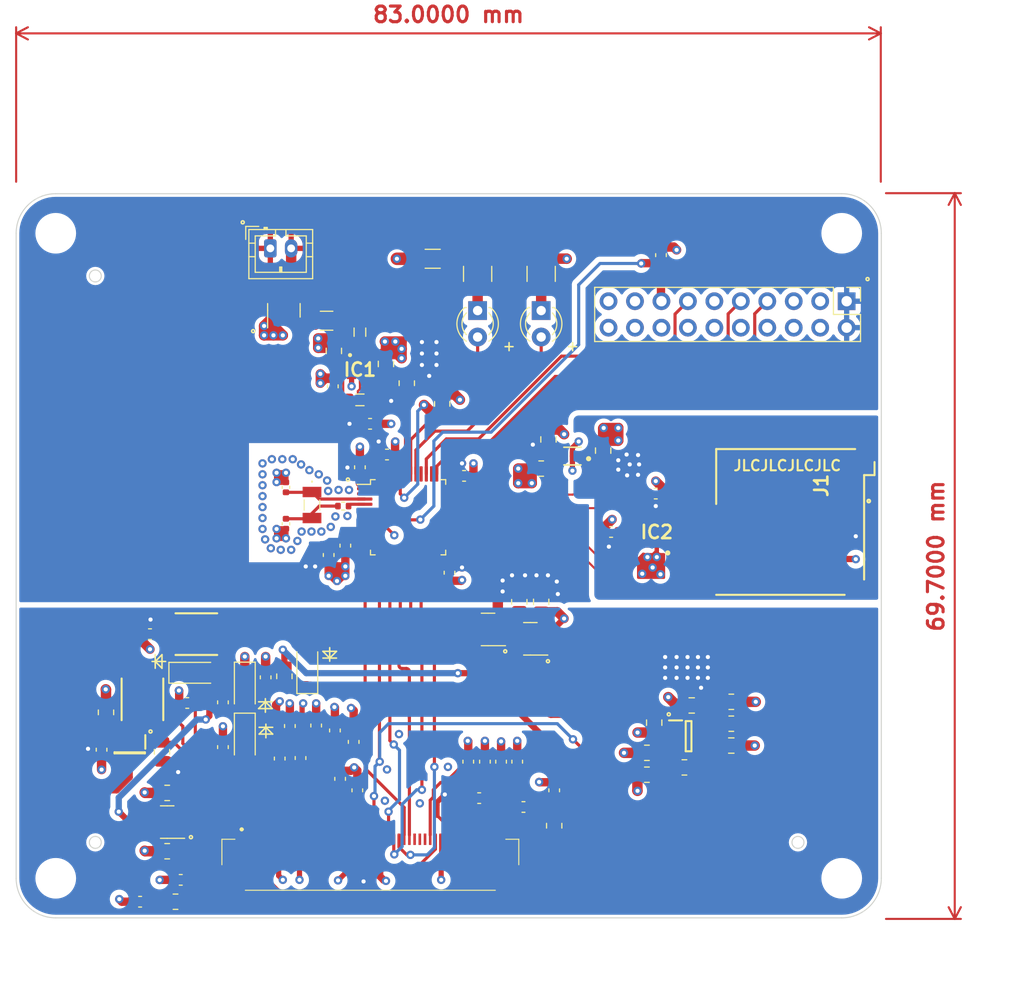
<source format=kicad_pcb>
(kicad_pcb (version 20221018) (generator pcbnew)
  (layers (0 "F.Cu" signal) (1 "In1.Cu" power) (2 "In2.Cu" power) (31 "B.Cu" signal) (34 "B.Paste" user) (35 "F.Paste" user) (36 "B.SilkS" user "B.Silkscreen") (37 "F.SilkS" user "F.Silkscreen") (38 "B.Mask" user) (39 "F.Mask" user) (44 "Edge.Cuts" user))
  (net 0 "")
  (net 1 "/Display Adapter/GDRC")
  (net 2 "/Display Adapter/3v3")
  (net 3 "/Display Adapter/VPC_1")
  (net 4 "/Display Adapter/VCC")
  (net 5 "GND")
  (net 6 "/Display Adapter/VCC_EN")
  (net 7 "Net-(U2-BP)")
  (net 8 "Net-(IC1-VOUT_AUX)")
  (net 9 "/MCU/SDC_SPI_MISO")
  (net 10 "/MCU/SDC_SPI_SCK")
  (net 13 "/MCU/SDC_SPI_MOSI")
  (net 14 "/MCU/SDC_SPI_NSS")
  (net 16 "/Micro SD/SD_DATA2")
  (net 17 "/Micro SD/SD_DATA3")
  (net 18 "/Micro SD/SD_CMD")
  (net 19 "/Micro SD/3v3")
  (net 21 "/Micro SD/SD_CLK")
  (net 22 "/Micro SD/SD_DATA0")
  (net 23 "/Micro SD/SD_DATA1")
  (net 24 "/Power Supply/VBAT_IN_FILTERED")
  (net 25 "/Power Supply/SW")
  (net 27 "/MCU/PWR_GOOD")
  (net 28 "/Debug Connector/MCU_VDD")
  (net 29 "/MCU/LSE_OSC_IN")
  (net 30 "/Oscillator/LSE_OSC_OUT_INT")
  (net 31 "/Display Adapter/RESEC")
  (net 32 "/Display Adapter/3v3_HPF")
  (net 34 "/Display Adapter/TFT VCOM")
  (net 35 "/Display Adapter/FPL VCOM")
  (net 36 "/Display Adapter/VDD")
  (net 37 "/Display Adapter/GDRH")
  (net 38 "/Display Adapter/RESEH")
  (net 40 "/Display Adapter/RESEL")
  (net 41 "/Display Adapter/VPC")
  (net 42 "/Display Adapter/GNDA+(GND)")
  (net 43 "/Display Adapter/VGL")
  (net 44 "/Display Adapter/VPH")
  (net 45 "/Display Adapter/VSH")
  (net 46 "/Display Adapter/VSH LV")
  (net 47 "/Display Adapter/VSH LV2")
  (net 48 "/Display Adapter/VSL")
  (net 49 "/Display Adapter/VSL LV")
  (net 50 "/Display Adapter/VSL LV2")
  (net 51 "/Display Adapter/REFN")
  (net 52 "/Display Adapter/REFP")
  (net 55 "/Display Adapter/BS0")
  (net 56 "/Display Adapter/BS1")
  (net 57 "/Display Adapter/EPD_RST")
  (net 58 "/Display Adapter/EPD_BUSY")
  (net 59 "/Display Adapter/EPD_DC")
  (net 60 "/Display Adapter/EPD_CS")
  (net 61 "/Display Adapter/EPD_SCK")
  (net 62 "/Display Adapter/EPD_DIN")
  (net 66 "/Display Adapter/VDDD{slash}VDDDO")
  (net 67 "/Display Adapter/GNDA{slash}GND")
  (net 68 "/Display Adapter/VDDIO")
  (net 69 "/Display Adapter/VCP2")
  (net 70 "/Display Adapter/CP2N")
  (net 71 "/Display Adapter/CP2P")
  (net 72 "/Display Adapter/VCP1")
  (net 73 "/Display Adapter/CP1N")
  (net 74 "/Display Adapter/CP1P")
  (net 77 "/Display Adapter/VGH")
  (net 78 "/Display Adapter/VCOMBD")
  (net 79 "/MCU/LED_BUSY_OUT")
  (net 80 "/MCU/LED_ERR_OUT")
  (net 81 "/MCU/SDC_PWR")
  (net 82 "/MCU/BOOT0")
  (net 83 "/Display Adapter/VCOMBD_1")
  (net 84 "/Display Adapter/FPL VCOM_1")
  (net 85 "/Display Adapter/EPD_RST_INT")
  (net 86 "/Display Adapter/VCC_DIS_PU")
  (net 87 "/MCU/LSE_OSC_OUT")
  (net 88 "/Power Supply/VBAT_IN_POL_CHECKED")
  (net 89 "/Power Supply/VBAT_IN")
  (net 93 "/Debug Connector/NRST")
  (net 94 "/MCU/3v3A")
  (net 106 "/Debug Connector/SWDIO")
  (net 107 "/Debug Connector/SWDCLK")
  (net 109 "/Debug Connector/SWO")
  (net 113 "/MCU/LED_ERR_IN")
  (net 114 "/MCU/LED_BUSY_IN")
  (net 115 "/Power Supply/VBAT_IN_FUSE_CHECKED")
  (net 116 "/Display Adapter/VGL_1")
  (net 122 "/MCU/LED_BUSY_OUT_2")
  (footprint "Resistor_SMD:R_1206_3216Metric" (layer "F.Cu") (at 141.9875 78.15 180)
    (fp_text reference "R12")
    (fp_text value "5k")
  )
  (footprint "SamacSys_Parts:INDPM4040X200N" (layer "F.Cu") (at 119.3 114.2)
    (fp_text reference "L1")
    (fp_text value "10uH" hide)
  )
  (footprint "Package_TO_SOT_SMD:SOT-23" (layer "F.Cu") (at 116.5 132.25 180)
    (fp_text reference "Q1")
    (fp_text value "BSS138")
  )
  (footprint "LED_THT:LED_D3.0mm" (layer "F.Cu") (at 146.3 83.125 -90)
    (fp_text reference "D6")
    (fp_text value "LED_BUSY")
  )
  (footprint "Capacitor_SMD:C_0603_1608Metric" (layer "F.Cu") (at 145.4 126.45 90)
    (fp_text reference "C23")
    (fp_text value "2u2F")
  )
  (footprint "Capacitor_SMD:C_0603_1608Metric" (layer "F.Cu") (at 163.9 77.8 90)
    (fp_text reference "C37")
    (fp_text value "100nF")
  )
  (footprint "Capacitor_SMD:C_0603_1608Metric" (layer "F.Cu") (at 147 126.45 90)
    (fp_text reference "C4")
    (fp_text value "104")
  )
  (footprint "Capacitor_SMD:C_0603_1608Metric" (layer "F.Cu") (at 163.4 100.7)
    (fp_text reference "C35")
    (fp_text value "10uF")
  )
  (footprint "Diode_SMD:D_SOD-123" (layer "F.Cu") (at 119.025 117.9125)
    (fp_text reference "D4")
    (fp_text value "MBR0530")
  )
  (footprint "NetTie:NetTie-2_SMD_Pad0.5mm" (layer "F.Cu") (at 133.8 136.3 -90)
    (fp_text reference "NT1")
    (fp_text value "NetTie_2")
  )
  (footprint "Capacitor_SMD:C_0805_2012Metric" (layer "F.Cu") (at 170.65 124.9 180)
    (fp_text reference "C17")
    (fp_text value "22nF")
  )
  (footprint "Connector_PinHeader_2.54mm:PinHeader_2x10_P2.54mm_Vertical" (layer "F.Cu") (at 181.725 82.225 -90)
    (fp_text reference "J2")
    (fp_text value "Conn_ARM_JTAG_SWD_20")
  )
  (footprint "Capacitor_SMD:C_0603_1608Metric" (layer "F.Cu") (at 132.6 123.45 90)
    (fp_text reference "C9")
    (fp_text value "10uF")
  )
  (footprint "Capacitor_SMD:C_0603_1608Metric" (layer "F.Cu") (at 134.75 129.2 90)
    (fp_text reference "C18")
    (fp_text value "1uF")
  )
  (footprint "MountingHole:MountingHole_3.2mm_M3" (layer "F.Cu") (at 181.25 137.65)
    (fp_text reference "H4")
    (fp_text value "MountingHole")
  )
  (footprint "Package_QFP:LQFP-48_7x7mm_P0.5mm" (layer "F.Cu") (at 139.625 102.975)
    (fp_text reference "U3")
    (fp_text value "STM32L431CBT6")
  )
  (footprint "SamacSys_Parts:SON40P135X330X55-17N" (layer "F.Cu") (at 163.5 104.4 180)
    (fp_text reference "IC2")
    (fp_text value "CM1624-08DE" hide)
  )
  (footprint "Resistor_SMD:R_1210_3225Metric" (layer "F.Cu") (at 146.3 79.6 90)
    (fp_text reference "R10")
    (fp_text value "47k")
  )
  (footprint "Capacitor_SMD:C_0603_1608Metric" (layer "F.Cu") (at 137.6 96.95)
    (fp_text reference "C40")
    (fp_text value "100nF")
  )
  (footprint "Capacitor_SMD:C_0603_1608Metric" (layer "F.Cu") (at 148.55 126.45 90)
    (fp_text reference "C24")
    (fp_text value "1uF")
  )
  (footprint "Resistor_SMD:R_0805_2012Metric" (layer "F.Cu") (at 170.65 122.8 180)
    (fp_text reference "R35")
    (fp_text value "10K")
  )
  (footprint "Capacitor_SMD:C_0603_1608Metric" (layer "F.Cu") (at 128.275 123.025 90)
    (fp_text reference "C6")
    (fp_text value "10uF")
  )
  (footprint "Capacitor_SMD:C_0603_1608Metric" (layer "F.Cu") (at 143.6 108.3 -90)
    (fp_text reference "C41")
    (fp_text value "100nF")
  )
  (footprint "SamacSys_Parts:47352-1001" (layer "F.Cu") (at 184.4 96.425 90)
    (fp_text reference "J1")
    (fp_text value "47352-1001" hide)
  )
  (footprint "Capacitor_SMD:C_0603_1608Metric" (layer "F.Cu") (at 114.85 114.2 180)
    (fp_text reference "C20")
    (fp_text value "4u7F")
  )
  (footprint "Capacitor_SMD:C_0603_1608Metric" (layer "F.Cu") (at 127.3 126.15 90)
    (fp_text reference "C5")
    (fp_text value "10uF")
  )
  (footprint "Capacitor_SMD:C_0603_1608Metric" (layer "F.Cu") (at 134.4 124.55 90)
    (fp_text reference "C10")
    (fp_text value "10uF")
  )
  (footprint "Capacitor_SMD:C_0805_2012Metric" (layer "F.Cu") (at 163.25 122.7 90)
    (fp_text reference "C14")
    (fp_text value "104")
  )
  (footprint "LED_THT:LED_D3.0mm" (layer "F.Cu") (at 152.4 83.125 -90)
    (fp_text reference "D5")
    (fp_text value "LED_ERR")
  )
  (footprint "NetTie:NetTie-2_SMD_Pad0.5mm" (layer "F.Cu") (at 129.2 136.3 -90)
    (fp_text reference "NT7")
    (fp_text value "NetTie_2")
  )
  (footprint "Capacitor_SMD:C_0603_1608Metric" (layer "F.Cu") (at 133.6 105.7 -90)
    (fp_text reference "C44")
    (fp_text value "10nF")
  )
  (footprint "SamacSys_Parts:XF2M50151A" (layer "F.Cu") (at 136 136.35)
    (fp_text reference "J4")
    (fp_text value "XF2M50151A" hide)
  )
  (footprint "NetTie:NetTie-2_SMD_Pad0.5mm" (layer "F.Cu") (at 137 136.3 -90)
    (fp_text reference "NT2")
    (fp_text value "NetTie_2")
  )
  (footprint "Capacitor_SMD:C_0805_2012Metric" (layer "F.Cu") (at 137.5 88.25 90)
    (fp_text reference "C22")
    (fp_text value "10uF")
  )
  (footprint "Capacitor_SMD:C_0402_1005Metric" (layer "F.Cu") (at 127.9 103.6 -90)
    (fp_text reference "C32")
    (fp_text value "5pF")
  )
  (footprint "Resistor_SMD:R_0805_2012Metric" (layer "F.Cu") (at 170.65 120.7)
    (fp_text reference "R34")
    (fp_text value "47K")
  )
  (footprint "Capacitor_SMD:C_0603_1608Metric" (layer "F.Cu") (at 118.425 120.8125 180)
    (fp_text reference "C28")
    (fp_text value "10uF")
  )
  (footprint "Capacitor_SMD:C_0402_1005Metric" (layer "F.Cu") (at 127.9 100.1 90)
    (fp_text reference "C31")
    (fp_text value "5pF")
  )
  (footprint "Package_TO_SOT_SMD:SOT-23" (layer "F.Cu") (at 151.3625 114.65 180)
    (fp_text reference "Q32")
    (fp_text value "MMSS8050")
  )
  (footprint "SamacSys_Parts:INDPM4040X200N" (layer "F.Cu") (at 114.125 120.4625 90)
    (fp_text reference "L2")
    (fp_text value "10uH" hide)
  )
  (footprint "Capacitor_SMD:C_0603_1608Metric" (layer "F.Cu") (at 153.65 129.2 90)
    (fp_text reference "C27")
    (fp_text value "470nF")
  )
  (footprint "Resistor_SMD:R_0805_2012Metric" (layer "F.Cu") (at 166.15 127)
    (fp_text reference "R36")
    (fp_text value "1K")
  )
  (footprint "Resistor_SMD:R_0805_2012Metric" (layer "F.Cu") (at 127.75 118.25 90)
    (fp_text reference "R3")
    (fp_text value "0")
  )
  (footprint "Diode_SMD:D_SOD-123" (layer "F.Cu") (at 129.95 117.55 90)
    (fp_text reference "D1")
    (fp_text value "MBR0530")
  )
  (footprint "Inductor_SMD:L_0402_1005Metric" (layer "F.Cu") (at 130.7 106.3 90)
    (fp_text reference "L4")
    (fp_text value "39nH")
  )
  (footprint "Resistor_SMD:R_0805_2012Metric" (layer "F.Cu") (at 110.625 121.7125 90)
    (fp_text reference "R5")
    (fp_text value "0.47")
  )
  (footprint "Resistor_SMD:R_0805_2012Metric" (layer "F.Cu") (at 162.55 125.6 180)
    (fp_text reference "R27")
    (fp_text value "100K")
  )
  (footprint "Resistor_SMD:R_0805_2012Metric" (layer "F.Cu") (at 153.65 132.6 90)
    (fp_text reference "RB1")
    (fp_text value "0")
  )
  (footprint "Capacitor_SMD:C_0603_1608Metric" (layer "F.Cu") (at 132.4 90.4 90)
    (fp_text reference "C30")
    (fp_text value "10uF")
  )
  (footprint "Capacitor_SMD:C_0603_1608Metric" (layer "F.Cu") (at 130.8 122.975 90)
    (fp_text reference "C8")
    (fp_text value "10uF")
  )
  (footprint "Capacitor_SMD:C_0603_1608Metric" (layer "F.Cu") (at 133.1 128.1 90)
    (fp_text reference "C11")
    (fp_text value "1uF")
  )
  (footprint "Capacitor_SMD:C_0603_1608Metric" (layer "F.Cu") (at 150.1 126.45 90)
    (fp_text reference "C29")
    (fp_text value "1uF")
  )
  (footprint "Resistor_SMD:R_0805_2012Metric" (layer "F.Cu") (at 142.9 92.0875 90)
    (fp_text reference "R11")
    (fp_text value "10K")
  )
  (footprint "Diode_SMD:D_SOD-123" (layer "F.Cu") (at 123.95 124.15 -90)
    (fp_text reference "D2")
    (fp_text value "MBR0530")
  )
  (footprint "Capacitor_SMD:C_0805_2012Metric" (layer "F.Cu") (at 158.35 96.575 90)
    (fp_text reference "C34")
    (fp_text value "100nF")
  )
  (footprint "MountingHole:MountingHole_3.2mm_M3" (layer "F.Cu") (at 181.25 75.7)
    (fp_text reference "H2")
    (fp_text value "MountingHole")
  )
  (footprint "Capacitor_SMD:C_0603_1608Metric" (layer "F.Cu") (at 125.95 118.35 90)
    (fp_text reference "C12")
    (fp_text value "10uF")
  )
  (footprint "Resistor_SMD:R_0805_2012Metric" (layer "F.Cu") (at 117.3 139.9 180)
    (fp_text reference "RA1")
    (fp_text value "0")
  )
  (footprint "NetTie:NetTie-2_SMD_Pad0.5mm" (layer "F.Cu") (at 127.2 136.3 -90)
    (fp_text reference "NT8")
    (fp_text value "NetTie_2")
  )
  (footprint "Resistor_SMD:R_0402_1005Metric" (layer "F.Cu") (at 133.4 101.9 180)
    (fp_text reference "R7")
    (fp_text value "0")
  )
  (footprint "Package_TO_SOT_SMD:SOT-23" (layer "F.Cu") (at 147.3 113.75 180)
    (fp_text reference "Q31")
    (fp_text value "AO3401A")
  )
  (footprint "Capacitor_SMD:C_0603_1608Metric" (layer "F.Cu") (at 129.3 126.1 90)
    (fp_text reference "C7")
    (fp_text value "10uF")
  )
  (footprint "Resistor_SMD:R_0805_2012Metric" (layer "F.Cu") (at 116.5 135.05 180)
    (fp_text reference "R1")
    (fp_text value "1M")
  )
  (footprint "Resistor_SMD:R_0805_2012Metric" (layer "F.Cu") (at 116 125.5 90)
    (fp_text reference "R4")
    (fp_text value "1M")
  )
  (footprint "Resistor_SMD:R_0805_2012Metric" (layer "F.Cu") (at 150.3 111.1 -90)
    (fp_text reference "R33")
    (fp_text value "47K")
  )
  (footprint "SamacSys_Parts:SOT95P237X112-3N" (layer "F.Cu") (at 112.9 125.6 -90)
    (fp_text reference "Q2")
    (fp_text value "SI2301CDS-T1-E3" hide)
  )
  (footprint "Capacitor_SMD:C_0603_1608Metric" (layer "F.Cu") (at 146.45 129.95 180)
    (fp_text reference "C25")
    (fp_text value "1uF")
  )
  (footprint "NetTie:NetTie-2_SMD_Pad0.5mm" (layer "F.Cu") (at 142.4 131.1 90)
    (fp_text reference "NT5")
    (fp_text value "NetTie_2")
  )
  (footprint "Capacitor_SMD:C_0603_1608Metric" (layer "F.Cu") (at 145 99)
    (fp_text reference "C39")
    (fp_text value "100nF")
  )
  (footprint "Capacitor_SMD:C_0805_2012Metric" (layer "F.Cu") (at 166.85 121.05)
    (fp_text reference "C16")
    (fp_text value "1uF")
  )
  (footprint "Capacitor_SMD:C_0603_1608Metric" (layer "F.Cu") (at 135 98.175 90)
    (fp_text reference "C42")
    (fp_text value "100nF")
  )
  (footprint "Resistor_SMD:R_0805_2012Metric" (layer "F.Cu") (at 139.5 90.1 -90)
    (fp_text reference "R6")
    (fp_text value "1M")
  )
  (footprint "Capacitor_SMD:C_0603_1608Metric" (layer "F.Cu") (at 121.85 125.05 90)
    (fp_text reference "C21")
    (fp_text value "10uF")
  )
  (footprint "Capacitor_SMD:C_0603_1608Metric" (layer "F.Cu") (at 117.8 137.8 180)
    (fp_text reference "C1")
    (fp_text value "4u7F")
  )
  (footprint "NetTie:NetTie-2_SMD_Pad0.5mm" (layer "F.Cu") (at 135.8 135.75 -90)
    (fp_text reference "NT4")
    (fp_text value "NetTie_2")
  )
  (footprint "SamacSys_Parts:QFN40P170X200X55-12N-D" (layer "F.Cu") (at 135 88.8)
    (fp_text reference "IC1")
    (fp_text value "ST1PS03AQTR" hide)
  )
  (footprint "Inductor_SMD:L_0805_2012Metric" (layer "F.Cu") (at 135 91.7)
    (fp_text reference "L3")
    (fp_text value "2u2H")
  )
  (footprint "Diode_SMD:D_SOD-123" (layer "F.Cu") (at 123.95 119.25 -90)
    (fp_text reference "D3")
    (fp_text value "MBR0530")
  )
  (footprint "Capacitor_SMD:C_0603_1608Metric" (layer "F.Cu") (at 150.7 130.8 180)
    (fp_text reference "C26")
    (fp_text value "1uF")
  )
  (footprint "Personal:Vishay-T16-0143-04_2016-C-MFG" (layer "F.Cu") (at 155.4 97.1 180)
    (fp_text reference "U1")
    (fp_text value "SIP32402ADNP-T1GE4")
  )
  (footprint "Capacitor_SMD:C_0603_1608Metric" (layer "F.Cu") (at 135.975 94)
    (fp_text reference "C38")
    (fp_text value "4u7F")
  )
  (footprint "NetTie:NetTie-2_SMD_Pad0.5mm" (layer "F.Cu") (at 142.8 136.3 -90)
    (fp_text reference "NT3")
    (fp_text value "NetTie_2")
  )
  (footprint "Resistor_SMD:R_0805_2012Metric" (layer "F.Cu") (at 162.55 127.7)
    (fp_text reference "R37")
    (fp_text value "47K")
  )
  (footprint "Capacitor_SMD:C_0603_1608Metric" (layer "F.Cu") (at 159.1125 104.3875 180)
    (fp_text reference "C36")
    (fp_text value "100nF")
  )
  (footprint "Resistor_SMD:R_0805_2012Metric" (layer "F.Cu") (at 152.4 98.3 180)
    (fp_text reference "R8")
    (fp_text value "100K")
  )
  (footprint "Resistor_SMD:R_1210_3225Metric" (layer "F.Cu") (at 152.4 79.6 90)
    (fp_text reference "R9")
    (fp_text value "47k")
  )
  (footprint "Capacitor_SMD:C_0805_2012Metric" (layer "F.Cu") (at 132.5 87 90)
    (fp_text reference "C13")
    (fp_text value "10uF")
  )
  (footprint "Capacitor_SMD:C_0603_1608Metric" (layer "F.Cu") (at 110.2 125.3 -90)
    (fp_text reference "C19")
    (fp_text value "4u7F")
  )
  (footprint "MountingHole:MountingHole_3.2mm_M3" (layer "F.Cu") (at 105.8 75.7)
    (fp_text reference "H1")
    (fp_text value "MountingHole")
  )
  (footprint "NetTie:NetTie-2_SMD_Pad0.5mm" (layer "F.Cu") (at 135.35 138.45 90)
    (fp_text reference "NT6")
    (fp_text value "NetTie_2")
  )
  (footprint "Capacitor_SMD:C_0603_1608Metric" (layer "F.Cu") (at 113.9 139.9 180)
    (fp_text reference "C2")
    (fp_text value "470nF")
  )
  (footprint "Inductor_SMD:L_0805_2012Metric" (layer "F.Cu") (at 135 85.2 -90)
    (fp_text reference "FB1")
    (fp_text value "600@100MHz")
  )
  (footprint "SamacSys_Parts:NX3215SA32768KSTDMUA14" (layer "F.Cu") (at 130.4 101.8 -90)
    (fp_text reference "Y1")
    (fp_text value "NX3215SA-32.768K-STD-MUA-14" hide)
  )
  (footprint "Capacitor_SMD:C_0603_1608Metric" (layer "F.Cu") (at 132 106.6 -90)
    (fp_text reference "C43")
    (fp_text value "1uF")
  )
  (footprint "Capacitor_SMD:C_0805_2012Metric" (layer "F.Cu") (at 152.4 111.1 -90)
    (fp_text reference "C15")
    (fp_text value "104")
  )
  (footprint "Capacitor_SMD:C_0805_2012Metric" (layer "F.Cu") (at 153.1 95.5 90)
    (fp_text reference "C33")
    (fp_text value "4u7F")
  )
  (footprint "SamacSys_Parts:SOT94P279X130-5N" (layer "F.Cu") (at 166.55 124)
    (fp_text reference "U2")
    (fp_text value "RT9193-33GB" hide)
  )
  (footprint "Connector_JST:JST_PH_B2B-PH-K_1x02_P2.00mm_Vertical" (layer "F.Cu") (at 126.4 77.15)
    (fp_text reference "J3")
    (fp_text value "Battery Connector")
  )
  (footprint "Package_TO_SOT_SMD:SOT-23" (layer "F.Cu") (at 127.7 83.1 90)
    (fp_text reference "Q3")
    (fp_text value "AO3401A")
  )
  (footprint "Capacitor_SMD:C_0603_1608Metric" (layer "F.Cu") (at 121.85 120.75 -90)
    (fp_text reference "C3")
    (fp_text value "10uF")
  )
  (footprint "MountingHole:MountingHole_3.2mm_M3" (layer "F.Cu") (at 105.8 137.65)
    (fp_text reference "H3")
    (fp_text value "MountingHole")
  )
  (footprint "Resistor_SMD:R_0805_2012Metric" (layer "F.Cu") (at 116.5 129.45 180)
    (fp_text reference "R2")
    (fp_text value "0.47")
  )
  (footprint "Fuse:Fuse_1206_3216Metric" (layer "F.Cu") (at 131.8 84.1)
    (fp_text reference "F1")
    (fp_text value "500mA")
  )
  (gr_line (start 125.325 123.15) (end 126.625 123.15) (stroke (width 0.15)) (layer "F.SilkS"))
  (gr_line (start 125.925 120.4) (end 125.925 121.7) (stroke (width 0.15)) (layer "F.SilkS"))
  (gr_line (start 125.275 121.35) (end 125.925 121.35) (stroke (width 0.15)) (layer "F.SilkS"))
  (gr_circle (center 153.05 116.8) (end 153.1 116.85) (stroke (width 0.15)) (fill none) (layer "F.SilkS"))
  (gr_circle (center 118.77929 133.7) (end 118.82929 133.75) (stroke (width 0.15)) (fill none) (layer "F.SilkS"))
  (gr_line (start 132.75 115.85) (end 132.1 115.85) (stroke (width 0.15)) (layer "F.SilkS"))
  (gr_line (start 125.975 123.15) (end 125.325 123.8) (stroke (width 0.15)) (layer "F.SilkS"))
  (gr_line (start 116 116.175) (end 115.35 116.825) (stroke (width 0.15)) (layer "F.SilkS"))
  (gr_line (start 115.35 116.825) (end 116 117.475) (stroke (width 0.15)) (layer "F.SilkS"))
  (gr_line (start 125.925 121.35) (end 126.575 121.35) (stroke (width 0.15)) (layer "F.SilkS"))
  (gr_line (start 126.575 121.35) (end 125.925 120.7) (stroke (width 0.15)) (layer "F.SilkS"))
  (gr_circle (center 124.75 85.1) (end 124.8 85.15) (stroke (width 0.15)) (fill none) (layer "F.SilkS"))
  (gr_line (start 131.45 115.85) (end 132.1 116.5) (stroke (width 0.15)) (layer "F.SilkS"))
  (gr_circle (center 164.65 121.9) (end 164.7 121.95) (stroke (width 0.15)) (fill none) (layer "F.SilkS"))
  (gr_line (start 116 117.475) (end 116 116.825) (stroke (width 0.15)) (layer "F.SilkS"))
  (gr_line (start 132.75 116.5) (end 131.45 116.5) (stroke (width 0.15)) (layer "F.SilkS"))
  (gr_line (start 125.275 120.7) (end 126.575 120.7) (stroke (width 0.15)) (layer "F.SilkS"))
  (gr_circle (center 183.72929 80.1) (end 183.77929 80.15) (stroke (width 0.15)) (fill none) (layer "F.SilkS"))
  (gr_circle (center 114.9 123.55) (end 114.95 123.6) (stroke (width 0.15)) (fill none) (layer "F.SilkS"))
  (gr_line (start 125.925 120.7) (end 125.275 121.35) (stroke (width 0.15)) (layer "F.SilkS"))
  (gr_line (start 132.1 116.8) (end 132.1 115.5) (stroke (width 0.15)) (layer "F.SilkS"))
  (gr_circle (center 123.75 74.65) (end 123.8 74.7) (stroke (width 0.15)) (fill none) (layer "F.SilkS"))
  (gr_line (start 125.975 123.8) (end 126.625 123.8) (stroke (width 0.15)) (layer "F.SilkS"))
  (gr_line (start 115.35 117.475) (end 115.35 116.175) (stroke (width 0.15)) (layer "F.SilkS"))
  (gr_line (start 116 116.825) (end 116 116.175) (stroke (width 0.15)) (layer "F.SilkS"))
  (gr_line (start 132.1 116.5) (end 132.75 115.85) (stroke (width 0.15)) (layer "F.SilkS"))
  (gr_circle (center 148.95 115.85) (end 149 115.9) (stroke (width 0.15)) (fill none) (layer "F.SilkS"))
  (gr_line (start 125.325 123.8) (end 125.975 123.8) (stroke (width 0.15)) (layer "F.SilkS"))
  (gr_circle (center 133.85 99.35) (end 133.9 99.4) (stroke (width 0.15)) (fill none) (layer "F.SilkS"))
  (gr_line (start 125.975 122.85) (end 125.975 124.15) (stroke (width 0.15)) (layer "F.SilkS"))
  (gr_line (start 115.05 116.825) (end 116.35 116.825) (stroke (width 0.15)) (layer "F.SilkS"))
  (gr_line (start 126.625 123.8) (end 125.975 123.15) (stroke (width 0.15)) (layer "F.SilkS"))
  (gr_line (start 132.1 115.85) (end 131.45 115.85) (stroke (width 0.15)) (layer "F.SilkS"))
  (gr_arc (start 105.8 141.45) (mid 103.112994 140.337006) (end 102 137.65) (stroke (width 0.1)) (layer "Edge.Cuts"))
  (gr_poly (pts (xy 110.176 79.8) (xy 110.156373 79.65092) (xy 110.098831 79.512) (xy 110.007294 79.392706) (xy 109.888 79.301169) (xy 109.74908 79.243627) (xy 109.6 79.224) (xy 109.45092 79.243627) (xy 109.312 79.301169) (xy 109.192706 79.392706) (xy 109.101169 79.512) (xy 109.043627 79.65092) (xy 109.024 79.8) (xy 109.043627 79.94908) (xy 109.101169 80.088) (xy 109.192706 80.207294) (xy 109.312 80.298831) (xy 109.45092 80.356373) (xy 109.6 80.376) (xy 109.74908 80.356373) (xy 109.888 80.298831) (xy 110.007294 80.207294) (xy 110.098831 80.088) (xy 110.156373 79.94908) (xy 110.176 79.8)) (stroke (width 0.1)) (fill none) (layer "Edge.Cuts"))
  (gr_poly (pts (xy 177.626 134.2) (xy 177.606373 134.05092) (xy 177.548831 133.912) (xy 177.457294 133.792706) (xy 177.338 133.701169) (xy 177.19908 133.643627) (xy 177.05 133.624) (xy 176.90092 133.643627) (xy 176.762 133.701169) (xy 176.642706 133.792706) (xy 176.551169 133.912) (xy 176.493627 134.05092) (xy 176.474 134.2) (xy 176.493627 134.34908) (xy 176.551169 134.488) (xy 176.642706 134.607294) (xy 176.762 134.698831) (xy 176.90092 134.756373) (xy 177.05 134.776) (xy 177.19908 134.756373) (xy 177.338 134.698831) (xy 177.457294 134.607294) (xy 177.548831 134.488) (xy 177.606373 134.34908) (xy 177.626 134.2)) (stroke (width 0.1)) (fill none) (layer "Edge.Cuts"))
  (gr_arc (start 102 75.7) (mid 103.112994 73.012994) (end 105.8 71.9) (stroke (width 0.1)) (layer "Edge.Cuts"))
  (gr_line (start 185.05 75.7) (end 185.05 137.65) (stroke (width 0.1)) (layer "Edge.Cuts"))
  (gr_poly (pts (xy 110.176 134.2) (xy 110.156373 134.05092) (xy 110.098831 133.912) (xy 110.007294 133.792706) (xy 109.888 133.701169) (xy 109.74908 133.643627) (xy 109.6 133.624) (xy 109.45092 133.643627) (xy 109.312 133.701169) (xy 109.192706 133.792706) (xy 109.101169 133.912) (xy 109.043627 134.05092) (xy 109.024 134.2) (xy 109.043627 134.34908) (xy 109.101169 134.488) (xy 109.192706 134.607294) (xy 109.312 134.698831) (xy 109.45092 134.756373) (xy 109.6 134.776) (xy 109.74908 134.756373) (xy 109.888 134.698831) (xy 110.007294 134.607294) (xy 110.098831 134.488) (xy 110.156373 134.34908) (xy 110.176 134.2)) (stroke (width 0.1)) (fill none) (layer "Edge.Cuts"))
  (gr_line (start 181.25 141.45) (end 105.8 141.45) (stroke (width 0.1)) (layer "Edge.Cuts"))
  (gr_line (start 105.8 71.9) (end 181.25 71.9) (stroke (width 0.1)) (layer "Edge.Cuts"))
  (gr_arc (start 185.05 137.65) (mid 183.937006 140.337006) (end 181.25 141.45) (stroke (width 0.1)) (layer "Edge.Cuts"))
  (gr_line (start 102 75.7) (end 102 137.65) (stroke (width 0.1)) (layer "Edge.Cuts"))
  (gr_arc (start 181.25 71.9) (mid 183.937006 73.012994) (end 185.05 75.7) (stroke (width 0.1)) (layer "Edge.Cuts"))
  (gr_text "+" (at 154.7 87.1) (layer "F.SilkS") (effects (font (size 1 1)) (justify left bottom)))
  (gr_text "JLCJLCJLCJLC" (at 170.75 98.6) (layer "F.SilkS") (effects (font (size 1 1) (thickness 0.2) bold) (justify left bottom)))
  (gr_text "+" (at 148.6 87.1) (layer "F.SilkS") (effects (font (size 1 1)) (justify left bottom)))
  (dimension (type aligned) (layer "F.Cu") (pts (xy 185 71.85) (xy 185 141.55)) (height -7.1) (gr_text "69.7000 mm" (at 190.3 106.7 90) (layer "F.Cu") (effects (font (size 1.5 1.5) (thickness 0.3)))) (format (prefix "") (suffix "") (units 3) (units_format 1) (precision 4)) (style (thickness 0.2) (arrow_length 1.27) (text_position_mode 0) (extension_height 0.58642) (extension_offset 0.5) keep_text_aligned))
  (dimension (type aligned) (layer "F.Cu") (pts (xy 102 71.25) (xy 185 71.25)) (height -14.75) (gr_text "83.0000 mm" (at 143.5 54.7) (layer "F.Cu") (effects (font (size 1.5 1.5) (thickness 0.3)))) (format (prefix "") (suffix "") (units 3) (units_format 1) (precision 4)) (style (thickness 0.2) (arrow_length 1.27) (text_position_mode 0) (extension_height 0.58642) (extension_offset 0.5) keep_text_aligned))
  (segment (start 127.75 132.65) (end 123 127.9) (width 0.3) (layer "F.Cu") (net 1))
  (segment (start 117.1375 124.5875) (end 116 124.5875) (width 0.3) (layer "F.Cu") (net 1))
  (segment (start 113.85 124.55) (end 115.9625 124.55) (width 0.6) (layer "F.Cu") (net 1))
  (segment (start 120.45 127.9) (end 117.1375 124.5875) (width 0.3) (layer "F.Cu") (net 1))
  (segment (start 123 127.9) (end 120.45 127.9) (width 0.3) (layer "F.Cu") (net 1))
  (segment (start 127.75 133.5) (end 127.75 132.65) (width 0.3) (layer "F.Cu") (net 1))
  (segment (start 115.9625 124.55) (end 116 124.5875) (width 0.6) (layer "F.Cu") (net 1))
  (segment (start 110.2 124.525) (end 111.925 124.525) (width 0.9) (layer "F.Cu") (net 2))
  (segment (start 116 126.4125) (end 116.5125 126.4125) (width 1) (layer "F.Cu") (net 2))
  (segment (start 142.4 130.35) (end 143.15 129.6) (width 0.5) (layer "F.Cu") (net 2))
  (segment (start 145.875 128.35) (end 147 127.225) (width 0.5) (layer "F.Cu") (net 2))
  (segment (start 110.2 124.525) (end 109.5875 124.525) (width 0.9) (layer "F.Cu") (net 2))
  (segment (start 116.5125 126.4125) (end 117.55 127.45) (width 1) (layer "F.Cu") (net 2))
  (segment (start 111.925 124.525) (end 111.95 124.55) (width 0.9) (layer "F.Cu") (net 2))
  (segment (start 115.625 113.525) (end 114.9 112.8) (width 0.9) (layer "F.Cu") (net 2))
  (segment (start 109.5875 124.525) (end 108.9 125.2125) (width 0.9) (layer "F.Cu") (net 2))
  (segment (start 143.15 129.6) (end 144.4 128.35) (width 0.5) (layer "F.Cu") (net 2))
  (segment (start 144.4 128.35) (end 145.875 128.35) (width 0.5) (layer "F.Cu") (net 2))
  (segment (start 115.625 114.2) (end 115.625 113.525) (width 0.9) (layer "F.Cu") (net 2))
  (segment (start 142.4 130.6) (end 142.4 130.35) (width 0.5) (layer "F.Cu") (net 2))
  (segment (start 115.625 114.2) (end 117.65 114.2) (width 0.9) (layer "F.Cu") (net 2))
  (segment (start 167.8 121.05) (end 167.8 123.06) (width 0.9) (layer "F.Cu") (net 2))
  (via (at 167.45 116.4) (size 0.8) (drill 0.4) (layers "F.Cu" "B.Cu") (net 2))
  (via (at 166.45 118.4) (size 0.8) (drill 0.4) (layers "F.Cu" "B.Cu") (net 2))
  (via (at 166.45 116.4) (size 0.8) (drill 0.4) (layers "F.Cu" "B.Cu") (net 2))
  (via (at 135.35 137.95) (size 0.8) (drill 0.4) (layers "F.Cu" "B.Cu") (net 2))
  (via (at 164.3 116.4) (size 0.8) (drill 0.4) (layers "F.Cu" "B.Cu") (net 2))
  (via (at 165.4 116.4) (size 0.8) (drill 0.4) (layers "F.Cu" "B.Cu") (net 2))
  (via (at 108.9 125.2125) (size 0.8) (drill 0.4) (layers "F.Cu" "B.Cu") (net 2))
  (via (at 168.4 118.4) (size 0.8) (drill 0.4) (layers "F.Cu" "B.Cu") (net 2))
  (via (at 117.55 127.45) (size 0.8) (drill 0.4) (layers "F.Cu" "B.Cu") (net 2))
  (via (at 166.45 117.4) (size 0.8) (drill 0.4) (layers "F.Cu" "B.Cu") (net 2))
  (via (at 164.3 117.4) (size 0.8) (drill 0.4) (layers "F.Cu" "B.Cu") (net 2))
  (via (at 114.9 112.8) (size 0.8) (drill 0.4) (layers "F.Cu" "B.Cu") (net 2))
  (via (at 167.45 118.4) (size 0.8) (drill 0.4) (layers "F.Cu" "B.Cu") (net 2))
  (via (at 167.75 119.35) (size 0.8) (drill 0.4) (layers "F.Cu" "B.Cu") (net 2))
  (via (at 168.4 116.4) (size 0.8) (drill 0.4) (layers "F.Cu" "B.Cu") (net 2))
  (via (at 168.4 117.4) (size 0.8) (drill 0.4) (layers "F.Cu" "B.Cu") (net 2))
  (via (at 167.45 117.4) (size 0.8) (drill 0.4) (layers "F.Cu" "B.Cu") (net 2))
  (via (at 165.4 118.4) (size 0.8) (drill 0.4) (layers "F.Cu" "B.Cu") (net 2))
  (via (at 164.3 118.4) (size 0.8) (drill 0.4) (layers "F.Cu" "B.Cu") (net 2))
  (via (at 143.15 129.6) (size 0.8) (drill 0.4) (layers "F.Cu" "B.Cu") (net 2))
  (via (at 165.4 117.4) (size 0.8) (drill 0.4) (layers "F.Cu" "B.Cu") (net 2))
  (segment (start 113.3625 118.05) (end 114.125 118.8125) (width 0.6) (layer "F.Cu") (net 3))
  (segment (start 107.95 128.1) (end 107.95 119) (width 0.6) (layer "F.Cu") (net 3))
  (segment (start 107.95 119) (end 108.9 118.05) (width 0.6) (layer "F.Cu") (net 3))
  (segment (start 108.9 118.05) (end 113.3625 118.05) (width 0.6) (layer "F.Cu") (net 3))
  (segment (start 112.9 126.65) (end 112.9 127.95) (width 0.6) (layer "F.Cu") (net 3))
  (segment (start 112.9 127.95) (end 111.65 129.2) (width 0.6) (layer "F.Cu") (net 3))
  (segment (start 111.65 129.2) (end 109.05 129.2) (width 0.6) (layer "F.Cu") (net 3))
  (segment (start 117.375 117.9125) (end 115.025 117.9125) (width 1.1) (layer "F.Cu") (net 3))
  (segment (start 109.05 129.2) (end 107.95 128.1) (width 0.6) (layer "F.Cu") (net 3))
  (segment (start 115.025 117.9125) (end 114.125 118.8125) (width 1.1) (layer "F.Cu") (net 3))
  (segment (start 165.3 123.06) (end 163.99 121.75) (width 0.6) (layer "F.Cu") (net 4))
  (segment (start 146.3625 113.75) (end 146.3625 114.764582) (width 1) (layer "F.Cu") (net 4))
  (segment (start 153.347918 121.75) (end 163.25 121.75) (width 1) (layer "F.Cu") (net 4))
  (segment (start 146.3625 114.764582) (end 153.347918 121.75) (width 1) (layer "F.Cu") (net 4))
  (segment (start 163.99 121.75) (end 163.25 121.75) (width 0.6) (layer "F.Cu") (net 4))
  (segment (start 165.4 121.05) (end 164.6 120.25) (width 1) (layer "F.Cu") (net 5))
  (segment (start 155.4 97.1) (end 155.4 98.5) (width 0.5) (layer "F.Cu") (net 5))
  (segment (start 133.6 108.6) (end 133.3 108.6) (width 0.8) (layer "F.Cu") (net 5))
  (segment (start 150.2 99.7) (end 151.5 99.7) (width 1) (layer "F.Cu") (net 5))
  (segment (start 125.95 117.575) (end 125.95 116.35) (width 0.9) (layer "F.Cu") (net 5))
  (segment (start 155.4 96.3) (end 156 95.7) (width 0.5) (layer "F.Cu") (net 5))
  (segment (start 162.95 106.8) (end 162.6 106.8) (width 0.4) (layer "F.Cu") (net 5))
  (segment (start 163.5 107.4) (end 163.1 107.8) (width 0.4) (layer "F.Cu") (net 5))
  (segment (start 127.3 125.375) (end 126.947918 125.022918) (width 0.8) (layer "F.Cu") (net 5))
  (segment (start 132 107.375) (end 132.375 107.375) (width 0.8) (layer "F.Cu") (net 5))
  (segment (start 129.3 125.325) (end 129.45 125.175) (width 0.5) (layer "F.Cu") (net 5))
  (segment (start 127.9 98.7) (end 127 98.7) (width 0.5) (layer "F.Cu") (net 5))
  (segment (start 153.6 113.7) (end 154.6 112.7) (width 0.6) (layer "F.Cu") (net 5))
  (segment (start 145.9 98.875) (end 145.9 97.8) (width 0.8) (layer "F.Cu") (net 5))
  (segment (start 131.85 86.7) (end 131 86.7) (width 1) (layer "F.Cu") (net 5))
  (segment (start 138.375 95.725) (end 138.4 95.7) (width 0.8) (layer "F.Cu") (net 5))
  (segment (start 138.6 87.3) (end 139 87.7) (width 1) (layer "F.Cu") (net 5))
  (segment (start 132.4 89.625) (end 131.675 89.625) (width 0.9) (layer "F.Cu") (net 5))
  (segment (start 131.2 89.2) (end 131.2 90.1) (width 0.9) (layer "F.Cu") (net 5))
  (segment (start 163.5 106.8) (end 163.2 107.1) (width 0.4) (layer "F.Cu") (net 5))
  (segment (start 133.6 107.7) (end 132.9 107.7) (width 0.8) (layer "F.Cu") (net 5))
  (segment (start 110.625 120.8) (end 110.625 119.525) (width 1) (layer "F.Cu") (net 5))
  (segment (start 132 108.6) (end 133.6 108.6) (width 0.8) (layer "F.Cu") (net 5))
  (segment (start 131 85.8) (end 131 86.7) (width 1) (layer "F.Cu") (net 5))
  (segment (start 126.947918 121.002082) (end 127.3 120.65) (width 0.8) (layer "F.Cu") (net 5))
  (segment (start 127 105) (end 127.9 105) (width 0.5) (layer "F.Cu") (net 5))
  (segment (start 136.775 94) (end 138 94) (width 0.8) (layer "F.Cu") (net 5))
  (segment (start 141.875 107.1375) (end 141.875 107.976041) (width 0.3) (layer "F.Cu") (net 5))
  (segment (start 144.725 109.075) (end 144.8 109) (width 0.8) (layer "F.Cu") (net 5))
  (segment (start 142.8 136.8) (end 142.8 137.8) (width 0.5) (layer "F.Cu") (net 5))
  (segment (start 152.3 113.7) (end 153.6 113.7) (width 0.6) (layer "F.Cu") (net 5))
  (segment (start 127.9 99.62) (end 127.9 98.7) (width 0.5) (layer "F.Cu") (net 5))
  (segment (start 163.5 104.4) (end 163.5 106.8) (width 0.4) (layer "F.Cu") (net 5))
  (segment (start 137.5 87.3) (end 138.5 87.3) (width 1) (layer "F.Cu") (net 5))
  (segment (start 152.225 128.425) (end 152.2 128.4) (width 0.8) (layer "F.Cu") (net 5))
  (segment (start 158.3375 104.3875) (end 158.3375 104.0625) (width 0.9) (layer "F.Cu") (net 5))
  (segment (start 138.375 96.95) (end 138.375 95.725) (width 0.8) (layer "F.Cu") (net 5))
  (segment (start 133.6 106.475) (end 133.6 107.7) (width 0.8) (layer "F.Cu") (net 5))
  (segment (start 147 125.675) (end 147 124.45) (width 0.8) (layer "F.Cu") (net 5))
  (segment (start 153.65 128.425) (end 152.225 128.425) (width 0.8) (layer "F.Cu") (net 5))
  (segment (start 152.4 78.1375) (end 154.8375 78.1375) (width 1) (layer "F.Cu") (net 5))
  (segment (start 132.6 122.675) (end 132.6 121.25) (width 0.8) (layer "F.Cu") (net 5))
  (segment (start 137.5 87.3) (end 137.5 87) (width 1) (layer "F.Cu") (net 5))
  (segment (start 161.6375 127.7) (end 161.6375 129.2375) (width 1) (layer "F.Cu") (net 5))
  (segment (start 144.0875 91.175) (end 144.6 91.6875) (width 1) (layer "F.Cu") (net 5))
  (segment (start 132.25 85.8) (end 131 85.8) (width 1) (layer "F.Cu") (net 5))
  (segment (start 134.75 127.3) (end 134.45 127) (width 0.8) (layer "F.Cu") (net 5))
  (segment (start 138.5 87.3) (end 139 86.8) (width 1) (layer "F.Cu") (net 5))
  (segment (start 163.5 104.4) (end 163.5 107.4) (width 0.4) (layer "F.Cu") (net 5))
  (segment (start 163.9 77.025) (end 165.125 77.025) (width 0.9) (layer "F.Cu") (net 5))
  (segment (start 132.375 107.375) (end 133.6 108.6) (width 0.8) (layer "F.Cu") (net 5))
  (segment (start 127.2 136.8) (end 127.2 137.4) (width 0.5) (layer "F.Cu") (net 5))
  (segment (start 137.5 87.3) (end 136.5 87.3) (width 0.5) (layer "F.Cu") (net 5))
  (segment (start 145.775 99.57604) (end 144.626041 100.725) (width 0.3) (layer "F.Cu") (net 5))
  (segment (start 145.4 125.675) (end 145.4 124.5) (width 0.8) (layer "F.Cu") (net 5))
  (segment (start 114.075 114.2) (end 114.075 114.875) (width 0.9) (layer "F.Cu") (net 5))
  (segment (start 137.213604 137.9) (end 135.8 136.486396) (width 0.5) (layer "F.Cu") (net 5))
  (segment (start 131.675 89.625) (end 131.2 90.1) (width 0.9) (layer "F.Cu") (net 5))
  (segment (start 137.375 98.8125) (end 137.375 97.95) (width 0.3) (layer "F.Cu") (net 5))
  (segment (start 126.947918 125.022918) (end 126.947918 121.002082) (width 0.8) (layer "F.Cu") (net 5))
  (segment (start 127.02 99.62) (end 127 99.6) (width 0.5) (layer "F.Cu") (net 5))
  (segment (start 139 87.7) (end 139 86.8) (width 1) (layer "F.Cu") (net 5))
  (segment (start 151.4875 98.3) (end 150.2 98.3) (width 1) (layer "F.Cu") (net 5))
  (segment (start 139 86.1) (end 139 86.8) (width 1) (layer "F.Cu") (net 5))
  (segment (start 151.4875 99.6875) (end 151.5 99.7) (width 1) (layer "F.Cu") (net 5))
  (segment (start 126.75 85.45) (end 126.7 85.5) (width 1) (layer "F.Cu") (net 5))
  (segment (start 127.6 85.5) (end 125.8 85.5) (width 1) (layer "F.Cu") (net 5))
  (segment (start 180.66 106.985) (end 182.585 106.985) (width 0.6) (layer "F.Cu") (net 5))
  (segment (start 158.35 94.45) (end 158.4 94.4) (width 1) (layer "F.Cu") (net 5))
  (segment (start 161.6375 125.6) (end 160.35 125.6) (width 1) (layer "F.Cu") (net 5))
  (segment (start 137.5 86.2) (end 137.4 86.1) (width 1) (layer "F.Cu") (net 5))
  (segment (start 127.02 104.08) (end 127 104.1) (width 0.5) (layer "F.Cu") (net 5))
  (segment (start 153.95 112.05) (end 154.6 112.7) (width 0.9) (layer "F.Cu") (net 5))
  (segment (start 132 107.375) (end 132 108.6) (width 0.8) (layer "F.Cu") (net 5))
  (segment (start 135.8 136.486396) (end 135.8 136.25) (width 0.5) (layer "F.Cu") (net 5))
  (segment (start 171.5625 120.7) (end 173 120.7) (width 1) (layer "F.Cu") (net 5))
  (segment (start 132.6 121.25) (end 132.55 121.2) (width 0.8) (layer "F.Cu") (net 5))
  (segment (start 128.275 120.875) (end 128.25 120.85) (width 0.8) (layer "F.Cu") (net 5))
  (segment (start 133.1 127.325) (end 134.125 127.325) (width 0.8) (layer "F.Cu") (net 5))
  (segment (start 158.575 95.625) (end 159.8 94.4) (width 1) (layer "F.Cu") (net 5))
  (segment (start 132.5 86.05) (end 131.85 86.7) (width 1) (layer "F.Cu") (net 5))
  (segment (start 132.9 107.7) (end 132 108.6) (width 0.8) (layer "F.Cu") (net 5))
  (segment (start 115.5875 135.05) (end 114.3875 135.05) (width 1) (layer "F.Cu") (net 5))
  (segment (start 132.9 137.85) (end 133.8 136.95) (width 0.5) (layer "F.Cu") (net 5))
  (segment (start 158.4 94.4) (end 159.8 94.4) (width 1) (layer "F.Cu") (net 5))
  (segment (start 137.5 87.3) (end 138.6 87.3) (width 1) (layer "F.Cu") (net 5))
  (segment (start 148.55 125.675) (end 148.55 124.5) (width 0.8) (layer "F.Cu") (net 5))
  (segment (start 127.9 104.08) (end 127.02 104.08) (width 0.5) (layer "F.Cu") (net 5))
  (segment (start 144.626041 100.725) (end 143.7875 100.725) (width 0.3) (layer "F.Cu") (net 5))
  (segment (start 113.125 139.9) (end 112.15 139.9) (width 0.8) (layer "F.Cu") (net 5))
  (segment (start 161.6375 129.2375) (end 161.65 129.25) (width 1) (layer "F.Cu") (net 5))
  (segment (start 134.125 127.325) (end 134.45 127) (width 0.8) (layer "F.Cu") (net 5))
  (segment (start 134.75 128.425) (end 134.75 127.3) (width 0.8) (layer "F.Cu") (net 5))
  (segment (start 141.875 107.976041) (end 142.44948 108.55052) (width 0.3) (layer "F.Cu") (net 5))
  (segment (start 142.973959 109.075) (end 143.6 109.075) (width 0.3) (layer "F.Cu") (net 5))
  (segment (start 145.775 99) (end 145.775 99.57604) (width 0.3) (layer "F.Cu") (net 5))
  (segment (start 137.5 87.3) (end 137.5 86.2) (width 1) (layer "F.Cu") (net 5))
  (segment (start 163.5 104.4) (end 163.5 106.25) (width 0.4) (layer "F.Cu") (net 5))
  (segment (start 165.125 77.025) (end 165.4 77.3) (width 0.9) (layer "F.Cu") (net 5))
  (segment (start 129.45 125.175) (end 129.45 120.95) (width 0.5) (layer "F.Cu") (net 5))
  (segment (start 132.4 89.625) (end 131.625 89.625) (width 0.9) (layer "F.Cu") (net 5))
  (segment (start 115.5875 129.45) (end 114.3875 129.45) (width 1) (layer "F.Cu") (net 5))
  (segment (start 171.6 124.9) (end 172.9 124.9) (width 1) (layer "F.Cu") (net 5))
  (segment (start 110.2 126.075) (end 110.2 127.2125) (width 0.9) (layer "F.Cu") (net 5))
  (segment (start 135.8 88) (end 135.8 88.25) (width 0.5) (layer "F.Cu") (net 5))
  (segment (start 131.625 89.625) (end 131.2 89.2) (width 0.9) (layer "F.Cu") (net 5))
  (segment (start 126.75 84.0375) (end 126.75 84.65) (width 1) (layer "F.Cu") (net 5))
  (segment (start 137 137.4) (end 137 136.8) (width 0.5) (layer "F.Cu") (net 5))
  (segment (start 128.275 122.25) (end 128.275 120.875) (width 0.8) (layer "F.Cu") (net 5))
  (segment (start 114.3875 129.45) (end 114.3375 129.4) (width 1) (layer "F.Cu") (net 5))
  (segment (start 134.2 87.75) (end 134.2 87.85) (width 0.5) (layer "F.Cu") (net 5))
  (segment (start 163.5 106.25) (end 162.95 106.8) (width 0.4) (layer "F.Cu") (net 5))
  (segment (start 115.7875 137.8) (end 115.775 137.8125) (width 0.8) (layer "F.Cu") (net 5))
  (segment (start 142.44948 108.55052) (end 142.973959 109.075) (width 0.3) (layer "F.Cu") (net 5))
  (segment (start 127.2 137.4) (end 127.6 137.8) (width 0.5) (layer "F.Cu") (net 5))
  (segment (start 145.4 124.5) (end 145.35 124.45) (width 0.8) (layer "F.Cu") (net 5))
  (segment (start 182.585 106.985) (end 182.6 107) (width 0.6) (layer "F.Cu") (net 5))
  (segment (start 158.35 95.625) (end 159.775 95.625) (width 1) (layer "F.Cu") (net 5))
  (segment (start 165.9 121.05) (end 165.4 121.05) (width 1) (layer "F.Cu") (net 5))
  (segment (start 153.1 94.55) (end 154.15 94.55) (width 1) (layer "F.Cu") (net 5))
  (segment (start 126.75 84.65) (end 127.6 85.5) (width 1) (layer "F.Cu") (net 5))
  (segment (start 164.175 100.275) (end 163.4 99.5) (width 0.9) (layer "F.Cu") (net 5))
  (segment (start 126.75 84.0375) (end 126.75 85.45) (width 1) (layer "F.Cu") (net 5))
  (segment (start 134.4 123.775) (end 134.4 121.55) (width 0.8) (layer "F.Cu") (net 5))
  (segment (start 164.175 100.7) (end 164.175 100.275) (width 0.9) (layer "F.Cu") (net 5))
  (segment (start 150.2 98.3) (end 150.2 99.7) (width 1) (layer "F.Cu") (net 5))
  (segment (start 136.5 87.3) (end 135.8 88) (width 0.5) (layer "F.Cu") (net 5))
  (segment (start 130.8 122.2) (end 130.8 120.85) (width 0.8) (layer "F.Cu") (net 5))
  (segment (start 129.2 136.8) (end 129.2 137.8) (width 0.5) (layer "F.Cu") (net 5))
  (segment (start 151.4875 98.4125) (end 150.2 99.7) (width 1) (layer "F.Cu") (net 5))
  (segment (start 132.5 86.05) (end 132.25 85.8) (width 1) (layer "F.Cu") (net 5))
  (segment (start 137.5 137.9) (end 137 137.4) (width 0.5) (layer "F.Cu") (net 5))
  (segment (start 132.5 86.05) (end 134.2 87.75) (width 0.5) (layer "F.Cu") (net 5))
  (segment (start 162.9 107.1) (end 163.1 107.3) (width 0.4) (layer "F.Cu") (net 5))
  (segment (start 117.65 119.6375) (end 117.625 119.6125) (width 0.8) (layer "F.Cu") (net 5))
  (segment (start 162.6 106.8) (end 162.6 107.3) (width 0.4) (layer "F.Cu") (net 5))
  (segment (start 154.15 94.55) (end 154.6 95) (width 1) (layer "F.Cu") (net 5))
  (segment (start 126.75 84.0375) (end 126.75 84.55) (width 1) (layer "F.Cu") (net 5))
  (segment (start 127.9 104.08) (end 127.9 104.1) (width 0.5) (layer "F.Cu") (net 5))
  (segment (start 127.9 99.62) (end 127.9 99.6) (width 0.5) (layer "F.Cu") (net 5))
  (segment (start 125.8 84.6) (end 125.8 85.5) (width 1) (layer "F.Cu") (net 5))
  (segment (start 137.325 103.725) (end 138.3 104.7) (width 0.3) (layer "F.Cu") (net 5))
  (segment (start 158.35 95.625) (end 158.575 95.625) (width 1) (layer "F.Cu") (net 5))
  (segment (start 127 104.1) (end 127 105) (width 0.5) (layer "F.Cu") (net 5))
  (segment (start 126.75 84.0375) (end 126.3625 84.0375) (width 1) (layer "F.Cu") (net 5))
  (segment (start 151.4875 98.3) (end 151.4875 98.4125) (width 1) (layer "F.Cu") (net 5))
  (segment (start 117 137.8) (end 115.7875 137.8) (width 0.8) (layer "F.Cu") (net 5))
  (segment (start 133.6 107.7) (end 133.6 108.6) (width 0.8) (layer "F.Cu") (net 5))
  (segment (start 155.4 97.1) (end 155.4 96.3) (width 0.5) (layer "F.Cu") (net 5))
  (segment (start 138.4 86.1) (end 139 86.1) (width 1) (layer "F.Cu") (net 5))
  (segment (start 145.775 99) (end 145.9 98.875) (width 0.8) (layer "F.Cu") (net 5))
  (segment (start 121.85 124.275) (end 121.85 123.05) (width 0.8) (layer "F.Cu") (net 5))
  (segment (start 132 107.375) (end 132 108.3) (width 0.8) (layer "F.Cu") (net 5))
  (segment (start 152.4 112.05) (end 153.95 112.05) (width 0.9) (layer "F.Cu") (net 5))
  (segment (start 127.9 104.08) (end 127.9 105) (width 0.5) (layer "F.Cu") (net 5))
  (segment (start 114.3875 135.05) (end 114.3375 135) (width 1) (layer "F.Cu") (net 5))
  (segment (start 156.125049 96.85) (end 157.125 96.85) (width 0.3) (layer "F.Cu") (net 5))
  (segment (start 163.2 107.1) (end 162.9 107.1) (width 0.4) (layer "F.Cu") (net 5))
  (segment (start 134.2 89.6) (end 134.2 90.4) (width 0.5) (layer "F.Cu") (net 5))
  (segment (start 163.6 124) (end 163.25 123.65) (width 0.6) (layer "F.Cu") (net 5))
  (segment (start 134.2 89.6) (end 134.2 89.35) (width 0.5) (layer "F.Cu") (net 5))
  (segment (start 137.5 87) (end 138.4 86.1) (width 1) (layer "F.Cu") (net 5))
  (segment (start 127.9 99.62) (end 127.02 99.62) (width 0.5) (layer "F.Cu") (net 5))
  (segment (start 142.9 91.175) (end 144.0875 91.175) (width 1) (layer "F.Cu") (net 5))
  (segment (start 133.3 108.6) (end 132.8 109.1) (width 0.8) (layer "F.Cu") (net 5))
  (segment (start 159.8 94.4) (end 159.8 95.6) (width 1) (layer "F.Cu") (net 5))
  (segment (start 159.775 95.625) (end 159.8 95.6) (width 1) (layer "F.Cu") (net 5))
  (segment (start 140.525 78.15) (end 138.55 78.15) (width 1.2) (layer "F.Cu") (net 5))
  (segment (start 126.75 84.55) (end 125.8 85.5) (width 1) (layer "F.Cu") (net 5))
  (segment (start 114.075 114.875) (end 114.85 115.65) (width 0.9) (layer "F.Cu") (net 5))
  (segment (start 127.9 99.6) (end 127 98.7) (width 0.5) (layer "F.Cu") (net 5))
  (segment (start 129.45 120.95) (end 129.55 120.85) (width 0.5) (layer "F.Cu") (net 5))
  (segment (start 135.4625 103.725) (end 137.325 103.725) (width 0.3) (layer "F.Cu") (net 5))
  (segment (start 127 98.7) (end 127 99.6) (width 0.5) (layer "F.Cu") (net 5))
  (segment (start 135 97.4) (end 135 96.2) (width 0.8) (layer "F.Cu") (net 5))
  (segment (start 134.4 121.55) (end 134.15 121.3) (width 0.8) (layer "F.Cu") (net 5))
  (segment (start 163.25 123.65) (end 161.65 123.65) (width 1) (layer "F.Cu") (net 5))
  (segment (start 132.325 107.7) (end 133.6 107.7) (width 0.8) (layer "F.Cu") (net 5))
  (segment (start 123.95 117.6) (end 123.95 116.35) (width 0.9) (layer "F.Cu") (net 5))
  (segment (start 150.1 125.675) (end 150.1 124.45) (width 0.8) (layer "F.Cu") (net 5))
  (segment (start 162.6 107.3) (end 163.1 107.8) (width 0.4) (layer "F.Cu") (net 5))
  (segment (start 133.8 136.95) (end 133.8 136.8) (width 0.5) (layer "F.Cu") (net 5))
  (segment (start 137.5 137.9) (end 137.213604 137.9) (width 0.5) (layer "F.Cu") (net 5))
  (segment (start 112.15 139.9) (end 111.9 139.65) (width 0.8) (layer "F.Cu") (net 5))
  (segment (start 158.3375 104.0625) (end 159.2125 103.1875) (width 0.9) (layer "F.Cu") (net 5))
  (segment (start 158.35 95.625) (end 158.35 94.45) (width 1) (layer "F.Cu") (net 5))
  (segment (start 110.625 119.525) (end 110.6 119.5) (width 1) (layer "F.Cu") (net 5))
  (segment (start 137.375 97.95) (end 138.375 96.95) (width 0.3) (layer "F.Cu") (net 5))
  (segment (start 143.6 109.075) (end 144.725 109.075) (width 0.8) (layer "F.Cu") (net 5))
  (segment (start 154.8375 78.1375) (end 154.85 78.15) (width 1) (layer "F.Cu") (net 5))
  (segment (start 157.125 96.85) (end 158.35 95.625) (width 0.3) (layer "F.Cu") (net 5))
  (segment (start 127.9 104.1) (end 127 105) (width 0.5) (layer "F.Cu") (net 5))
  (segment (start 132 108.3) (end 132.8 109.1) (width 0.8) (layer "F.Cu") (net 5))
  (segment (start 117.65 120.8125) (end 117.65 119.6375) (width 0.8) (layer "F.Cu") (net 5))
  (segment (start 165.3 124) (end 163.6 124) (width 0.6) (layer "F.Cu") (net 5))
  (segment (start 126.3625 84.0375) (end 125.8 84.6) (width 1) (layer "F.Cu") (net 5))
  (segment (start 137.4 86.1) (end 138.4 86.1) (width 1) (layer "F.Cu") (net 5))
  (segment (start 151.4875 98.3) (end 151.4875 99.6875) (width 1) (layer "F.Cu") (net 5))
  (segment (start 132 107.375) (end 132.325 107.7) (width 0.8) (layer "F.Cu") (net 5))
  (via (at 145.35 124.45) (size 0.8) (drill 0.4) (layers "F.Cu" "B.Cu") (net 5))
  (via (at 131.05 98.85) (size 0.8) (drill 0.4) (layers "F.Cu" "B.Cu") (net 5))
  (via (at 131.2 89.2) (size 0.8) (drill 0.4) (layers "F.Cu" "B.Cu") (net 5))
  (via (at 111.9 139.65) (size 0.8) (drill 0.4) (layers "F.Cu" "B.Cu") (net 5))
  (via (at 127.9 105) (size 0.8) (drill 0.4) (layers "F.Cu" "B.Cu") (net 5))
  (via (at 138.3 104.7) (size 0.8) (drill 0.4) (layers "F.Cu" "B.Cu") (net 5))
  (via (at 172.9 124.9) (size 0.8) (drill 0.4) (layers "F.Cu" "B.Cu") (net 5))
  (via (at 127 98.7) (size 0.8) (drill 0.4) (layers "F.Cu" "B.Cu") (net 5))
  (via (at 131 85.8) (size 0.8) (drill 0.4) (layers "F.Cu" "B.Cu") (net 5))
  (via (at 154.6 112.7) (size 0.8) (drill 0.4) (layers "F.Cu" "B.Cu") (net 5))
  (via (at 125.8 85.5) (size 0.8) (drill 0.4) (layers "F.Cu" "B.Cu") (net 5))
  (via (at 144.8 109) (size 0.8) (drill 0.4) (layers "F.Cu" "B.Cu") (net 5))
  (via (at 148.55 124.5) (size 0.8) (drill 0.4) (layers "F.Cu" "B.Cu") (net 5))
  (via (at 127.6 137.8) (size 0.8) (drill 0.4) (layers "F.Cu" "B.Cu") (net 5))
  (via (at 130.8 120.85) (size 0.8) (drill 0.4) (layers "F.Cu" "B.Cu") (net 5))
  (via (at 140.75 130.45) (size 0.8) (drill 0.4) (layers "F.Cu" "B.Cu") (net 5))
  (via (at 128.55 97.4) (size 0.8) (drill 0.4) (layers "F.Cu" "B.Cu") (net 5))
  (via (at 114.85 115.65) (size 0.8) (drill 0.4) (layers "F.Cu" "B.Cu") (net 5))
  (via (at 129 105.25) (size 0.8) (drill 0.4) (layers "F.Cu" "B.Cu") (net 5))
  (via (at 135 96.2) (size 0.8) (drill 0.4) (layers "F.Cu" "B.Cu") (net 5))
  (via (at 125.65 104.1) (size 0.8) (drill 0.4) (layers "F.Cu" "B.Cu") (net 5))
  (via (at 131.85 99.45) (size 0.8) (drill 0.4) (layers "F.Cu" "B.Cu") (net 5))
  (via (at 138 94) (size 0.8) (drill 0.4) (layers "F.Cu" "B.Cu") (net 5))
  (via (at 133.95 100.35) (size 0.8) (drill 0.4) (layers "F.Cu" "B.Cu") (net 5))
  (via (at 134.45 127) (size 0.8) (drill 0.4) (layers "F.Cu" "B.Cu") (net 5))
  (via (at 132.65 102.9) (size 0.8) (drill 0.4) (layers "F.Cu" "B.Cu") (net 5))
  (via (at 138.55 78.15) (size 0.8) (drill 0.4) (layers "F.Cu" "B.Cu") (net 5))
  (via (at 125.65 100.95) (size 0.8) (drill 0.4) (layers "F.Cu" "B.Cu") (net 5))
  (via (at 126.7 85.5) (size 0.8) (drill 0.4) (layers "F.Cu" "B.Cu") (net 5))
  (via (at 126.45 105.95) (size 0.8) (drill 0.4) (layers "F.Cu" "B.Cu") (net 5))
  (via (at 156 95.7) (size 0.8) (drill 0.4) (layers "F.Cu" "B.Cu") (net 5))
  (via (at 150.1 124.45) (size 0.8) (drill 0.4) (layers "F.Cu" "B.Cu") (net 5))
  (via (at 125.8 84.6) (size 0.8) (drill 0.4) (layers "F.Cu" "B.Cu") (net 5))
  (via (at 151.5 99.7) (size 0.8) (drill 0.4) (layers "F.Cu" "B.Cu") (net 5))
  (via (at 138.4 95.7) (size 0.8) (drill 0.4) (layers "F.Cu" "B.Cu") (net 5))
  (via (at 127.3 120.65) (size 0.8) (drill 0.4) (layers "F.Cu" "B.Cu") (net 5))
  (via (at 147 124.45) (size 0.8) (drill 0.4) (layers "F.Cu" "B.Cu") (net 5))
  (via (at 130.15 98.45) (size 0.8) (drill 0.4) (layers "F.Cu" "B.Cu") (net 5))
  (via (at 125.9 105.1) (size 0.8) (drill 0.4) (layers "F.Cu" "B.Cu") (net 5))
  (via (at 127 105) (size 0.8) (drill 0.4) (layers "F.Cu" "B.Cu") (net 5))
  (via (at 131 86.7) (size 0.8) (drill 0.4) (layers "F.Cu" "B.Cu") (net 5))
  (via (at 123.95 116.35) (size 0.8) (drill 0.4) (layers "F.Cu" "B.Cu") (net 5))
  (via (at 160.35 125.6) (size 0.8) (drill 0.4) (layers "F.Cu" "B.Cu") (net 5))
  (via (at 161.65 123.65) (size 0.8) (drill 0.4) (layers "F.Cu" "B.Cu") (net 5))
  (via (at 125.65 98.85) (size 0.8) (drill 0.4) (layers "F.Cu" "B.Cu") (net 5))
  (via (at 139 86.8) (size 0.8) (drill 0.4) (layers "F.Cu" "B.Cu") (net 5))
  (via (at 137.6 127.2) (size 0.8) (drill 0.4) (layers "F.Cu" "B.Cu") (net 5))
  (via (at 134.15 121.3) (size 0.8) (drill 0.4) (layers "F.Cu" "B.Cu") (net 5))
  (via (at 142.8 137.8) (size 0.8) (drill 0.4) (layers "F.Cu" "B.Cu") (net 5))
  (via (at 117.625 119.6125) (size 0.8) (drill 0.4) (layers "F.Cu" "B.Cu") (net 5))
  (via (at 129.4 104.35) (size 0.8) (drill 0.4) (layers "F.Cu" "B.Cu") (net 5))
  (via (at 128.4 106.1) (size 0.8) (drill 0.4) (layers "F.Cu" "B.Cu") (net 5))
  (via (at 125.65 103.05) (size 0.8) (drill 0.4) (layers "F.Cu" "B.Cu") (net 5))
  (via (at 150.2 98.3) (size 0.8) (drill 0.4) (layers "F.Cu" "B.Cu") (net 5))
  (via (at 132 108.6) (size 0.8) (drill 0.4) (layers "F.Cu" "B.Cu") (net 5))
  (via (at 163.1 107.8) (size 0.8) (drill 0.4) (layers "F.Cu" "B.Cu") (net 5))
  (via (at 127 104.1) (size 0.8) (drill 0.4) (layers "F.Cu" "B.Cu") (net 5))
  (via (at 125.65 97.8) (size 0.8) (drill 0.4) (layers "F.Cu" "B.Cu") (net 5))
  (via (at 163.4 99.5) (size 0.8) (drill 0.4) (layers "F.Cu" "B.Cu") (net 5))
  (via (at 132.55 121.2) (size 0.8) (drill 0.4) (layers "F.Cu" "B.Cu") (net 5))
  (via (at 163.85 108.45) (size 0.8) (drill 0.4) (layers "F.Cu" "B.Cu") (net 5))
  (via (at 127.55 97.4) (size 0.8) (drill 0.4) (layers "F.Cu" "B.Cu") (net 5))
  (via (at 154.85 78.15) (size 0.8) (drill 0.4) (layers "F.Cu" "B.Cu") (net 5))
  (via (at 161.65 129.25) (size 0.8) (drill 0.4) (layers "F.Cu" "B.Cu") (net 5))
  (via (at 131.2 90.1) (size 0.8) (drill 0.4) (layers "F.Cu" "B.Cu") (net 5))
  (via (at 127.4 106.1) (size 0.8) (drill 0.4) (layers "F.Cu" "B.Cu") (net 5))
  (via (at 137.4 130.2) (size 0.8) (drill 0.4) (layers "F.Cu" "B.Cu") (net 5))
  (via (at 154.6 95) (size 0.8) (drill 0.4) (layers "F.Cu" "B.Cu") (net 5))
  (via (at 133.6 108.6) (size 0.8) (drill 0.4) (layers "F.Cu" "B.Cu") (net 5))
  (via (at 133.6 107.7) (size 0.8) (drill 0.4) (layers "F.Cu" "B.Cu") (net 5))
  (via (at 163.5 106.8) (size 0.8) (drill 0.4) (layers "F.Cu" "B.Cu") (net 5))
  (via (at 182.6 107) (size 0.8) (drill 0.4) (layers "F.Cu" "B.Cu") (net 5))
  (via (at 127 99.6) (size 0.8) (drill 0.4) (layers "F.Cu" "B.Cu") (net 5))
  (via (at 132.95 100.35) (size 0.8) (drill 0.4) (layers "F.Cu" "B.Cu") (net 5))
  (via (at 162.6 106.8) (size 0.8) (drill 0.4) (layers "F.Cu" "B.Cu") (net 5))
  (via (at 132.9 137.85) (size 0.8) (drill 0.4) (layers "F.Cu" "B.Cu") (net 5))
  (via (at 164.6 120.25) (size 0.8) (drill 0.4) (layers "F.Cu" "B.Cu") (net 5))
  (via (at 133.8 102.85) (size 0.8) (drill 0.4) (layers "F.Cu" "B.Cu") (net 5))
  (via (at 134.2 90.4) (size 0.8) (drill 0.4) (layers "F.Cu" "B.Cu") (net 5))
  (via (at 130.35 104.35) (size 0.8) (drill 0.4) (layers "F.Cu" "B.Cu") (net 5))
  (via (at 110.2 127.2125) (size 0.8) (drill 0.4) (layers "F.Cu" "B.Cu") (net 5))
  (via (at 132.2 103.9) (size 0.8) (drill 0.4) (layers "F.Cu" "B.Cu") (net 5))
  (via (at 110.6 119.5) (size 0.8) (drill 0.4) (layers "F.Cu" "B.Cu") (net 5))
  (via (at 114.3375 135) (size 0.8) (drill 0.4) (layers "F.Cu" "B.Cu") (net 5))
  (via (at 138.75 123.8) (size 0.8) (drill 0.4) (layers "F.Cu" "B.Cu") (net 5))
  (via (at 138.4 86.1) (size 0.8) (drill 0.4) (layers "F.Cu" "B.Cu") (net 5))
  (via (at 158.4 94.4) (size 0.8) (drill 0.4) (layers "F.Cu" "B.Cu") (net 5))
  (via (at 131.3 104.35) (size 0.8) (drill 0.4) (layers "F.Cu" "B.Cu") (net 5))
  (via (at 115.775 137.8125) (size 0.8) (drill 0.4) (layers "F.Cu" "B.Cu") (net 5))
  (via (at 129.2 137.8) (size 0.8) (drill 0.4) (layers "F.Cu" "B.Cu") (net 5))
  (via (at 129.35 97.9) (size 0.8) (drill 0.4) (layers "F.Cu" "B.Cu") (net 5))
  (via (at 125.65 102) (size 0.8) (drill 0.4) (layers "F.Cu" "B.Cu") (net 5))
  (via (at 159.8 94.4) (size 0.8) (drill 0.4) (layers "F.Cu" "B.Cu") (net 5))
  (via (at 139 87.7) (size 0.8) (drill 0.4) (layers "F.Cu" "B.Cu") (net 5))
  (via (at 128.25 120.85) (size 0.8) (drill 0.4) (layers "F.Cu" "B.Cu") (net 5))
  (via (at 125.95 116.35) (size 0.8) (drill 0.4) (layers "F.Cu" "B.Cu") (net 5))
  (via (at 159.8 95.6) (size 0.8) (drill 0.4) (layers "F.Cu" "B.Cu") (net 5))
  (via (at 121.85 123.05) (size 0.8) (drill 0.4) (layers "F.Cu" "B.Cu") (net 5))
  (via (at 127.6 85.5) (size 0.8) (drill 0.4) (layers "F.Cu" "B.Cu") (net 5))
  (via (at 125.65 99.9) (size 0.8) (drill 0.4) (layers "F.Cu" "B.Cu") (net 5))
  (via (at 145.9 97.8) (size 0.8) (drill 0.4) (layers "F.Cu" "B.Cu") (net 5))
  (via (at 137.5 137.9) (size 0.8) (drill 0.4) (layers "F.Cu" "B.Cu") (net 5))
  (via (at 131.95 100.45) (size 0.8) (drill 0.4) (layers "F.Cu" "B.Cu") (net 5))
  (via (at 150.2 99.7) (size 0.8) (drill 0.4) (layers "F.Cu" "B.Cu") (net 5))
  (via (at 137.4 86.1) (size 0.8) (drill 0.4) (layers "F.Cu" "B.Cu") (net 5))
  (via (at 173 120.7) (size 0.8) (drill 0.4) (layers "F.Cu" "B.Cu") (net 5))
  (via (at 162.1 108.4) (size 0.8) (drill 0.4) (layers "F.Cu" "B.Cu") (net 5))
  (via (at 143.45 126.95) (size 0.8) (drill 0.4) (layers "F.Cu" "B.Cu") (net 5))
  (via (at 155.4 98.5) (size 0.8) (drill 0.4) (layers "F.Cu" "B.Cu") (net 5))
  (via (at 127.9 98.7) (size 0.8) (drill 0.4) (layers "F.Cu" "B.Cu") (net 5))
  (via (at 129.55 120.85) (size 0.8) (drill 0.4) (layers "F.Cu" "B.Cu") (net 5))
  (via (at 114.3375 129.4) (size 0.8) (drill 0.4) (layers "F.Cu" "B.Cu") (net 5))
  (via (at 152.2 128.4) (size 0.8) (drill 0.4) (layers "F.Cu" "B.Cu") (net 5))
  (via (at 144.6 91.6875) (size 0.8) (drill 0.4) (layers "F.Cu" "B.Cu") (net 5))
  (via (at 132.8 109.1) (size 0.8) (drill 0.4) (layers "F.Cu" "B.Cu") (net 5))
  (via (at 159.2125 103.1875) (size 0.8) (drill 0.4) (layers "F.Cu" "B.Cu") (net 5))
  (via (at 165.4 77.3) (size 0.8) (drill 0.4) (layers "F.Cu" "B.Cu") (net 5))
  (via (at 126.55 97.4) (size 0.8) (drill 0.4) (layers "F.Cu" "B.Cu") (net 5))
  (segment (start 165.2375 127) (end 164.8625 127) (width 1) (layer "F.Cu") (net 6))
  (segment (start 164.1225 124.94) (end 163.4625 125.6) (width 0.6) (layer "F.Cu") (net 6))
  (segment (start 165.3 124.94) (end 164.1225 124.94) (width 0.6) (layer "F.Cu") (net 6))
  (segment (start 164.8625 127) (end 163.4625 125.6) (width 1) (layer "F.Cu") (net 6))
  (segment (start 164.1625 127) (end 163.4625 127.7) (width 1) (layer "F.Cu") (net 6))
  (segment (start 163.4625 125.6) (end 163.4625 127.7) (width 1) (layer "F.Cu") (net 6))
  (segment (start 165.2375 127) (end 164.1625 127) (width 1) (layer "F.Cu") (net 6))
  (segment (start 167.8 124.94) (end 169.66 124.94) (width 0.6) (layer "F.Cu") (net 7))
  (segment (start 169.66 124.94) (end 169.7 124.9) (width 0.6) (layer "F.Cu") (net 7))
  (segment (start 135 89.7) (end 135 90.660661) (width 0.2) (layer "F.Cu") (net 8))
  (segment (start 133 92.8) (end 132.4 92.2) (width 0.2) (layer "F.Cu") (net 8))
  (segment (start 132.4 92.2) (end 132.4 91.175) (width 0.2) (layer "F.Cu") (net 8))
  (segment (start 135 90.660661) (end 134.8 90.860661) (width 0.2) (layer "F.Cu") (net 8))
  (segment (start 134.7 92.8) (end 133 92.8) (width 0.2) (layer "F.Cu") (net 8))
  (segment (start 134.8 90.860661) (end 134.8 92.7) (width 0.2) (layer "F.Cu") (net 8))
  (segment (start 134.8 92.7) (end 134.7 92.8) (width 0.2) (layer "F.Cu") (net 8))
  (segment (start 162.25 105.4) (end 162.75 105.4) (width 0.2) (layer "F.Cu") (net 9))
  (segment (start 156.15 106.5) (end 157.65 108) (width 0.2) (layer "F.Cu") (net 9))
  (segment (start 157.65 108) (end 159.65 108) (width 0.2) (layer "F.Cu") (net 9))
  (segment (start 159.65 108) (end 162.25 105.4) (width 0.2) (layer "F.Cu") (net 9))
  (segment (start 143.2 106.5) (end 156.15 106.5) (width 0.2) (layer "F.Cu") (net 9))
  (segment (start 142.775 104.725) (end 142.5 105) (width 0.2) (layer "F.Cu") (net 9))
  (segment (start 142.5 105) (end 142.5 105.8) (width 0.2) (layer "F.Cu") (net 9))
  (segment (start 142.5 105.8) (end 143.2 106.5) (width 0.2) (layer "F.Cu") (net 9))
  (segment (start 143.7875 104.725) (end 142.775 104.725) (width 0.2) (layer "F.Cu") (net 9))
  (segment (start 147.85 105.25) (end 147.85 105.35) (width 0.2) (layer "F.Cu") (net 10))
  (segment (start 145.875 105.225) (end 146.15 104.95) (width 0.2) (layer "F.Cu") (net 10))
  (segment (start 158.2 107.1) (end 159.5 107.1) (width 0.2) (layer "F.Cu") (net 10))
  (segment (start 152 105.25) (end 152 105.35) (width 0.2) (layer "F.Cu") (net 10))
  (segment (start 161.6 105) (end 162.75 105) (width 0.2) (layer "F.Cu") (net 10))
  (segment (start 148.8 104.95) (end 149.4 104.95) (width 0.2) (layer "F.Cu") (net 10))
  (segment (start 156.05 104.95) (end 158.2 107.1) (width 0.2) (layer "F.Cu") (net 10))
  (segment (start 150.3 105.35) (end 150.3 105.25) (width 0.2) (layer "F.Cu") (net 10))
  (segment (start 146.15 104.95) (end 147.55 104.95) (width 0.2) (layer "F.Cu") (net 10))
  (segment (start 148.75 104.95) (end 148.8 104.95) (width 0.2) (layer "F.Cu") (net 10))
  (segment (start 154.4 104.65) (end 154.4 104.55) (width 0.2) (layer "F.Cu") (net 10))
  (segment (start 149.7 105.25) (end 149.7 105.35) (width 0.2) (layer "F.Cu") (net 10))
  (segment (start 155.3 104.95) (end 156.05 104.95) (width 0.2) (layer "F.Cu") (net 10))
  (segment (start 155 104.55) (end 155 104.65) (width 0.2) (layer "F.Cu") (net 10))
  (segment (start 148.45 105.35) (end 148.45 105.25) (width 0.2) (layer "F.Cu") (net 10))
  (segment (start 152.6 105.35) (end 152.6 105.25) (width 0.2) (layer "F.Cu") (net 10))
  (segment (start 143.7875 105.225) (end 145.875 105.225) (width 0.2) (layer "F.Cu") (net 10))
  (segment (start 159.5 107.1) (end 161.6 105) (width 0.2) (layer "F.Cu") (net 10))
  (segment (start 150.6 104.95) (end 151.7 104.95) (width 0.2) (layer "F.Cu") (net 10))
  (segment (start 152.9 104.95) (end 154.1 104.95) (width 0.2) (layer "F.Cu") (net 10))
  (arc (start 147.85 105.35) (mid 147.937868 105.562132) (end 148.15 105.65) (width 0.2) (layer "F.Cu") (net 10))
  (arc (start 150 105.65) (mid 150.212132 105.562132) (end 150.3 105.35) (width 0.2) (layer "F.Cu") (net 10))
  (arc (start 149.7 105.35) (mid 149.787868 105.562132) (end 150 105.65) (width 0.2) (layer "F.Cu") (net 10))
  (arc (start 151.7 104.95) (mid 151.912132 105.037868) (end 152 105.25) (width 0.2) (layer "F.Cu") (net 10))
  (arc (start 147.55 104.95) (mid 147.762132 105.037868) (end 147.85 105.25) (width 0.2) (layer "F.Cu") (net 10))
  (arc (start 154.1 104.95) (mid 154.312132 104.862132) (end 154.4 104.65) (width 0.2) (layer "F.Cu") (net 10))
  (arc (start 149.4 104.95) (mid 149.612132 105.037868) (end 149.7 105.25) (width 0.2) (layer "F.Cu") (net 10))
  (arc (start 152 105.35) (mid 152.087868 105.562132) (end 152.3 105.65) (width 0.2) (layer "F.Cu") (net 10))
  (arc (start 152.6 105.25) (mid 152.687868 105.037868) (end 152.9 104.95) (width 0.2) (layer "F.Cu") (net 10))
  (arc (start 154.7 104.25) (mid 154.912132 104.337868) (end 155 104.55) (width 0.2) (layer "F.Cu") (net 10))
  (arc (start 148.45 105.25) (mid 148.537868 105.037868) (end 148.75 104.95) (width 0.2) (layer "F.Cu") (net 10))
  (arc (start 154.4 104.55) (mid 154.487868 104.337868) (end 154.7 104.25) (width 0.2) (layer "F.Cu") (net 10))
  (arc (start 150.3 105.25) (mid 150.387868 105.037868) (end 150.6 104.95) (width 0.2) (layer "F.Cu") (net 10))
  (arc (start 155 104.65) (mid 155.087868 104.862132) (end 155.3 104.95) (width 0.2) (layer "F.Cu") (net 10))
  (arc (start 148.15 105.65) (mid 148.362132 105.562132) (end 148.45 105.35) (width 0.2) (layer "F.Cu") (net 10))
  (arc (start 152.3 105.65) (mid 152.512132 105.562132) (end 152.6 105.35) (width 0.2) (layer "F.Cu") (net 10))
  (segment (start 154.281151 102.818853) (end 155 102.1) (width 0.2) (layer "F.Cu") (net 13))
  (segment (start 161.45 103.8) (end 162.75 103.8) (width 0.2) (layer "F.Cu") (net 13))
  (segment (start 156.35 102.1) (end 156.4 102.1) (width 0.2) (layer "F.Cu") (net 13))
  (segment (start 152.875 104.225) (end 153.55 103.55) (width 0.2) (layer "F.Cu") (net 13))
  (segment (start 155.45 102.4) (end 155.45 102.428764) (width 0.2) (layer "F.Cu") (net 13))
  (segment (start 155 102.1) (end 155.15 102.1) (width 0.2) (layer "F.Cu") (net 13))
  (segment (start 153.55 102.936232) (end 153.550001 102.93623) (width 0.2) (layer "F.Cu") (net 13))
  (segment (start 153.974264 102.818852) (end 153.974266 102.818851) (width 0.2) (layer "F.Cu") (net 13))
  (segment (start 148.825 103.925) (end 148.825 103.825) (width 0.2) (layer "F.Cu") (net 13))
  (segment (start 159.75 102.1) (end 161.45 103.8) (width 0.2) (layer "F.Cu") (net 13))
  (segment (start 147.925 104.225) (end 148.525 104.225) (width 0.2) (layer "F.Cu") (net 13))
  (segment (start 152.125 104.225) (end 152.875 104.225) (width 0.2) (layer "F.Cu") (net 13))
  (segment (start 147.025 103.925) (end 147.025 103.825) (width 0.2) (layer "F.Cu") (net 13))
  (segment (start 149.725 104.225) (end 150.925 104.225) (width 0.2) (layer "F.Cu") (net 13))
  (segment (start 154.281151 102.818852) (end 154.281151 102.818853) (width 0.2) (layer "F.Cu") (net 13))
  (segment (start 143.7875 104.225) (end 146.725 104.225) (width 0.2) (layer "F.Cu") (net 13))
  (segment (start 147.625 103.825) (end 147.625 103.925) (width 0.2) (layer "F.Cu") (net 13))
  (segment (start 156.05 102.428764) (end 156.05 102.4) (width 0.2) (layer "F.Cu") (net 13))
  (segment (start 153.550001 102.93623) (end 153.66738 102.818852) (width 0.2) (layer "F.Cu") (net 13))
  (segment (start 151.825 103.825) (end 151.825 103.925) (width 0.2) (layer "F.Cu") (net 13))
  (segment (start 153.974266 102.818851) (end 153.974267 102.818852) (width 0.2) (layer "F.Cu") (net 13))
  (segment (start 149.425 103.825) (end 149.425 103.925) (width 0.2) (layer "F.Cu") (net 13))
  (segment (start 151.225 103.925) (end 151.225 103.825) (width 0.2) (layer "F.Cu") (net 13))
  (segment (start 156.4 102.1) (end 159.75 102.1) (width 0.2) (layer "F.Cu") (net 13))
  (arc (start 147.325 103.525) (mid 147.537132 103.612868) (end 147.625 103.825) (width 0.2) (layer "F.Cu") (net 13))
  (arc (start 147.025 103.825) (mid 147.112868 103.612868) (end 147.325 103.525) (width 0.2) (layer "F.Cu") (net 13))
  (arc (start 155.15 102.1) (mid 155.362132 102.187868) (end 155.45 102.4) (width 0.2) (layer "F.Cu") (net 13))
  (arc (start 153.55 103.55) (mid 153.613558 103.396558) (end 153.55 103.243116) (width 0.2) (layer "F.Cu") (net 13))
  (arc (start 153.55 103.243116) (mid 153.486442 103.089674) (end 153.55 102.936232) (width 0.2) (layer "F.Cu") (net 13))
  (arc (start 151.225 103.825) (mid 151.312868 103.612868) (end 151.525 103.525) (width 0.2) (layer "F.Cu") (net 13))
  (arc (start 147.625 103.925) (mid 147.712868 104.137132) (end 147.925 104.225) (width 0.2) (layer "F.Cu") (net 13))
  (arc (start 153.974267 102.818852) (mid 154.127709 102.88241) (end 154.281151 102.818852) (width 0.2) (layer "F.Cu") (net 13))
  (arc (start 156.05 102.4) (mid 156.137868 102.187868) (end 156.35 102.1) (width 0.2) (layer "F.Cu") (net 13))
  (arc (start 148.525 104.225) (mid 148.737132 104.137132) (end 148.825 103.925) (width 0.2) (layer "F.Cu") (net 13))
  (arc (start 155.45 102.428764) (mid 155.537868 102.640896) (end 155.75 102.728764) (width 0.2) (layer "F.Cu") (net 13))
  (arc (start 146.725 104.225) (mid 146.937132 104.137132) (end 147.025 103.925) (width 0.2) (layer "F.Cu") (net 13))
  (arc (start 150.925 104.225) (mid 151.137132 104.137132) (end 151.225 103.925) (width 0.2) (layer "F.Cu") (net 13))
  (arc (start 151.525 103.525) (mid 151.737132 103.612868) (end 151.825 103.825) (width 0.2) (layer "F.Cu") (net 13))
  (arc (start 151.825 103.925) (mid 151.912868 104.137132) (end 152.125 104.225) (width 0.2) (layer "F.Cu") (net 13))
  (arc (start 155.75 102.728764) (mid 155.962132 102.640896) (end 156.05 102.428764) (width 0.2) (layer "F.Cu") (net 13))
  (arc (start 149.425 103.925) (mid 149.512868 104.137132) (end 149.725 104.225) (width 0.2) (layer "F.Cu") (net 13))
  (arc (start 149.125 103.525) (mid 149.337132 103.612868) (end 149.425 103.825) (width 0.2) (layer "F.Cu") (net 13))
  (arc (start 148.825 103.825) (mid 148.912868 103.612868) (end 149.125 103.525) (width 0.2) (layer "F.Cu") (net 13))
  (arc (start 153.66738 102.818852) (mid 153.820822 102.755294) (end 153.974264 102.818852) (width 0.2) (layer "F.Cu") (net 13))
  (segment (start 154.23625 100.8) (end 154.236251 100.8) (width 0.2) (layer "F.Cu") (net 14))
  (segment (start 154.236251 100.8) (end 154.23625 100.799999) (width 0.2) (layer "F.Cu") (net 14))
  (segment (start 153.651471 101.648528) (end 153.2 102.1) (width 0.2) (layer "F.Cu") (net 14))
  (segment (start 153.972502 100.799999) (end 153.811985 100.960515) (width 0.2) (layer "F.Cu") (net 14))
  (segment (start 155.4 100.8) (end 155.016001 100.8) (width 0.2) (layer "F.Cu") (net 14))
  (segment (start 157.45 100.1) (end 157.45 100.5) (width 0.2) (layer "F.Cu") (net 14))
  (segment (start 145.325 103.225) (end 143.7875 103.225) (width 0.2) (layer "F.Cu") (net 14))
  (segment (start 153.2 102.1) (end 146.45 102.1) (width 0.2) (layer "F.Cu") (net 14))
  (segment (start 156.803572 100.8) (end 156.6 100.8) (width 0.2) (layer "F.Cu") (net 14))
  (segment (start 162.75 103.4) (end 162.15 103.4) (width 0.2) (layer "F.Cu") (net 14))
  (segment (start 146.45 102.1) (end 145.325 103.225) (width 0.2) (layer "F.Cu") (net 14))
  (segment (start 157.15 100.8) (end 156.803572 100.8) (width 0.2) (layer "F.Cu") (net 14))
  (segment (start 158.05 100.5) (end 158.05 100.1) (width 0.2) (layer "F.Cu") (net 14))
  (segment (start 155.016001 100.8) (end 154.5 100.8) (width 0.2) (layer "F.Cu") (net 14))
  (segment (start 159.55 100.8) (end 158.35 100.8) (width 0.2) (layer "F.Cu") (net 14))
  (segment (start 153.811985 101.488011) (end 153.651471 101.648528) (width 0.2) (layer "F.Cu") (net 14))
  (segment (start 162.15 103.4) (end 159.55 100.8) (width 0.2) (layer "F.Cu") (net 14))
  (segment (start 156.3 100.5) (end 156.3 100.1) (width 0.2) (layer "F.Cu") (net 14))
  (segment (start 155.7 100.1) (end 155.7 100.5) (width 0.2) (layer "F.Cu") (net 14))
  (arc (start 153.811985 101.224263) (mid 153.866609 101.356137) (end 153.811985 101.488011) (width 0.2) (layer "F.Cu") (net 14))
  (arc (start 156 99.8) (mid 155.787868 99.887868) (end 155.7 100.1) (width 0.2) (layer "F.Cu") (net 14))
  (arc (start 155.7 100.5) (mid 155.612132 100.712132) (end 155.4 100.8) (width 0.2) (layer "F.Cu") (net 14))
  (arc (start 156.3 100.1) (mid 156.212132 99.887868) (end 156 99.8) (width 0.2) (layer "F.Cu") (net 14))
  (arc (start 158.35 100.8) (mid 158.137868 100.712132) (end 158.05 100.5) (width 0.2) (layer "F.Cu") (net 14))
  (arc (start 153.811985 100.960515) (mid 153.757361 101.092389) (end 153.811985 101.224263) (width 0.2) (layer "F.Cu") (net 14))
  (arc (start 157.45 100.5) (mid 157.362132 100.712132) (end 157.15 100.8) (width 0.2) (layer "F.Cu") (net 14))
  (arc (start 157.75 99.8) (mid 157.537868 99.887868) (end 157.45 100.1) (width 0.2) (layer "F.Cu") (net 14))
  (arc (start 154.23625 100.799999) (mid 154.104376 100.745375) (end 153.972502 100.799999) (width 0.2) (layer "F.Cu") (net 14))
  (arc (start 158.05 100.1) (mid 157.962132 99.887868) (end 157.75 99.8) (width 0.2) (layer "F.Cu") (net 14))
  (arc (start 154.5 100.8) (mid 154.368125 100.854624) (end 154.23625 100.8) (width 0.2) (layer "F.Cu") (net 14))
  (arc (start 156.6 100.8) (mid 156.387868 100.712132) (end 156.3 100.5) (width 0.2) (layer "F.Cu") (net 14))
  (segment (start 164.25 103) (end 164.25 102.85) (width 0.2) (layer "F.Cu") (net 16))
  (segment (start 164.25 102.85) (end 166.6 100.5) (width 0.2) (layer "F.Cu") (net 16))
  (segment (start 179.475 100.5) (end 180.46 101.485) (width 0.2) (layer "F.Cu") (net 16))
  (segment (start 166.6 100.5) (end 179.475 100.5) (width 0.2) (layer "F.Cu") (net 16))
  (segment (start 173.2 101.7) (end 173.6 101.7) (width 0.2) (layer "F.Cu") (net 17))
  (segment (start 173.8 101.5) (end 174.2 101.5) (width 0.2) (layer "F.Cu") (net 17))
  (segment (start 174.2 101.5) (end 176.8 101.5) (width 0.2) (layer "F.Cu") (net 17))
  (segment (start 164.85 103.4) (end 166.75 101.5) (width 0.2) (layer "F.Cu") (net 17))
  (segment (start 177.885 102.585) (end 180.06 102.585) (width 0.2) (layer "F.Cu") (net 17))
  (segment (start 176.8 101.5) (end 177.885 102.585) (width 0.2) (layer "F.Cu") (net 17))
  (segment (start 166.75 101.5) (end 173 101.5) (width 0.2) (layer "F.Cu") (net 17))
  (segment (start 164.25 103.4) (end 164.85 103.4) (width 0.2) (layer "F.Cu") (net 17))
  (arc (start 173.7 101.6) (mid 173.729289 101.529289) (end 173.8 101.5) (width 0.2) (layer "F.Cu") (net 17))
  (arc (start 173.6 101.7) (mid 173.670711 101.670711) (end 173.7 101.6) (width 0.2) (layer "F.Cu") (net 17))
  (arc (start 173 101.5) (mid 173.070711 101.529289) (end 173.1 101.6) (width 0.2) (layer "F.Cu") (net 17))
  (arc (start 173.1 101.6) (mid 173.129289 101.670711) (end 173.2 101.7) (width 0.2) (layer "F.Cu") (net 17))
  (segment (start 180.145 104) (end 180.46 103.685) (width 0.2) (layer "F.Cu") (net 18))
  (segment (start 173.9 103.6) (end 173.9 103.7) (width 0.2) (layer "F.Cu") (net 18))
  (segment (start 164.25 103.8) (end 164.75 103.8) (width 0.2) (layer "F.Cu") (net 18))
  (segment (start 174.2 104) (end 174.962802 104) (width 0.2) (layer "F.Cu") (net 18))
  (segment (start 164.95 104) (end 173 104) (width 0.2) (layer "F.Cu") (net 18))
  (segment (start 173.3 103.7) (end 173.3 103.6) (width 0.2) (layer "F.Cu") (net 18))
  (segment (start 164.75 103.8) (end 164.95 104) (width 0.2) (layer "F.Cu") (net 18))
  (segment (start 174.962802 104) (end 180.145 104) (width 0.2) (layer "F.Cu") (net 18))
  (arc (start 173.9 103.7) (mid 173.987868 103.912132) (end 174.2 104) (width 0.2) (layer "F.Cu") (net 18))
  (arc (start 173 104) (mid 173.212132 103.912132) (end 173.3 103.7) (width 0.2) (layer "F.Cu") (net 18))
  (arc (start 173.6 103.3) (mid 173.812132 103.387868) (end 173.9 103.6) (width 0.2) (layer "F.Cu") (net 18))
  (arc (start 173.3 103.6) (mid 173.387868 103.387868) (end 173.6 103.3) (width 0.2) (layer "F.Cu") (net 18))
  (segment (start 156.5 97.9) (end 156.125049 97.525049) (width 0.5) (layer "F.Cu") (net 19))
  (segment (start 160.525 97.525) (end 160.9 97.9) (width 0.9) (layer "F.Cu") (net 19))
  (segment (start 158.35 97.525) (end 157.975 97.9) (width 0.5) (layer "F.Cu") (net 19))
  (segment (start 160.0875 104.1875) (end 159.8875 104.3875) (width 0.2) (layer "F.Cu") (net 19))
  (segment (start 180.66 104.785) (end 182.585 104.785) (width 0.6) (layer "F.Cu") (net 19))
  (segment (start 182.585 104.785) (end 182.6 104.8) (width 0.6) (layer "F.Cu") (net 19))
  (segment (start 156.125049 97.525049) (end 156.125049 97.45) (width 0.5) (layer "F.Cu") (net 19))
  (segment (start 158.925 97.525) (end 159.8 98.4) (width 0.9) (layer "F.Cu") (net 19))
  (segment (start 160.075 104.2) (end 159.8875 104.3875) (width 0.2) (layer "F.Cu") (net 19))
  (segment (start 158.35 97.525) (end 158.925 97.525) (width 0.9) (layer "F.Cu") (net 19))
  (segment (start 160.4 98.4) (end 160.9 97.9) (width 0.9) (layer "F.Cu") (net 19))
  (segment (start 159.8875 104.3875) (end 159.8875 104.7125) (width 0.9) (layer "F.Cu") (net 19))
  (segment (start 159.8 98.4) (end 160.4 98.4) (width 0.9) (layer "F.Cu") (net 19))
  (segment (start 158.35 97.525) (end 159.775 97.525) (width 0.9) (layer "F.Cu") (net 19))
  (segment (start 159.775 97.525) (end 159.8 97.5) (width 0.9) (layer "F.Cu") (net 19))
  (segment (start 159.8875 104.3875) (end 159.8875 104.8125) (width 0.9) (layer "F.Cu") (net 19))
  (segment (start 159.8875 104.8125) (end 158.9 105.8) (width 0.9) (layer "F.Cu") (net 19))
  (segment (start 162.75 104.2) (end 160.075 104.2) (width 0.2) (layer "F.Cu") (net 19))
  (segment (start 158.35 97.525) (end 160.525 97.525) (width 0.9) (layer "F.Cu") (net 19))
  (segment (start 157.975 97.9) (end 156.5 97.9) (width 0.5) (layer "F.Cu") (net 19))
  (segment (start 162.625 100.7) (end 162.625 101.125) (width 0.9) (layer "F.Cu") (net 19))
  (segment (start 162.625 101.125) (end 163.4 101.9) (width 0.9) (layer "F.Cu") (net 19))
  (via (at 159.8 97.5) (size 0.8) (drill 0.4) (layers "F.Cu" "B.Cu") (net 19))
  (via (at 163.4 101.9) (size 0.8) (drill 0.4) (layers "F.Cu" "B.Cu") (net 19))
  (via (at 161.8 97.9) (size 0.8) (drill 0.4) (layers "F.Cu" "B.Cu") (net 19))
  (via (at 161.7 97) (size 0.8) (drill 0.4) (layers "F.Cu" "B.Cu") (net 19))
  (via (at 159.8 98.4) (size 0.8) (drill 0.4) (layers "F.Cu" "B.Cu") (net 19))
  (via (at 161.7 98.9) (size 0.8) (drill 0.4) (layers "F.Cu" "B.Cu") (net 19))
  (via (at 160.6 96.95) (size 0.8) (drill 0.4) (layers "F.Cu" "B.Cu") (net 19))
  (via (at 158.9 105.8) (size 0.8) (drill 0.4) (layers "F.Cu" "B.Cu") (net 19))
  (via (at 182.6 104.8) (size 0.8) (drill 0.4) (layers "F.Cu" "B.Cu") (net 19))
  (via (at 160.9 97.9) (size 0.8) (drill 0.4) (layers "F.Cu" "B.Cu") (net 19))
  (via (at 160.65 98.95) (size 0.8) (drill 0.4) (layers "F.Cu" "B.Cu") (net 19))
  (segment (start 173.8 104.9) (end 173.9 104.9) (width 0.2) (layer "F.Cu") (net 21))
  (segment (start 164.95 104.9) (end 172.7 104.9) (width 0.2) (layer "F.Cu") (net 21))
  (segment (start 164.85 105) (end 164.95 104.9) (width 0.2) (layer "F.Cu") (net 21))
  (segment (start 164.25 105) (end 164.85 105) (width 0.2) (layer "F.Cu") (net 21))
  (segment (start 173.2 105.4) (end 173.3 105.4) (width 0.2) (layer "F.Cu") (net 21))
  (segment (start 177.4 104.9) (end 178.385 105.885) (width 0.2) (layer "F.Cu") (net 21))
  (segment (start 178.385 105.885) (end 180.46 105.885) (width 0.2) (layer "F.Cu") (net 21))
  (segment (start 173.9 104.9) (end 177.4 104.9) (width 0.2) (layer "F.Cu") (net 21))
  (arc (start 172.7 104.9) (mid 172.876777 104.973223) (end 172.95 105.15) (width 0.2) (layer "F.Cu") (net 21))
  (arc (start 172.95 105.15) (mid 173.023223 105.326777) (end 173.2 105.4) (width 0.2) (layer "F.Cu") (net 21))
  (arc (start 173.3 105.4) (mid 173.476777 105.326777) (end 173.55 105.15) (width 0.2) (layer "F.Cu") (net 21))
  (arc (start 173.55 105.15) (mid 173.623223 104.973223) (end 173.8 104.9) (width 0.2) (layer "F.Cu") (net 21))
  (segment (start 173.685 108.085) (end 180.46 108.085) (width 0.2) (layer "F.Cu") (net 22))
  (segment (start 164.25 105.4) (end 164.765686 105.4) (width 0.2) (layer "F.Cu") (net 22))
  (segment (start 164.765686 105.4) (end 165.165686 105.8) (width 0.2) (layer "F.Cu") (net 22))
  (segment (start 165.165686 105.8) (end 171.4 105.8) (width 0.2) (layer "F.Cu") (net 22))
  (segment (start 171.4 105.8) (end 173.685 108.085) (width 0.2) (layer "F.Cu") (net 22))
  (segment (start 164.6 105.8) (end 168.7 109.9) (width 0.2) (layer "F.Cu") (net 23))
  (segment (start 179.745 109.9) (end 180.46 109.185) (width 0.2) (layer "F.Cu") (net 23))
  (segment (start 168.7 109.9) (end 179.745 109.9) (width 0.2) (layer "F.Cu") (net 23))
  (segment (start 164.25 105.8) (end 164.6 105.8) (width 0.2) (layer "F.Cu") (net 23))
  (segment (start 134.2 88.4) (end 134.95 88.4) (width 0.2) (layer "F.Cu") (net 24))
  (segment (start 135 87.9) (end 135 88.75) (width 0.2) (layer "F.Cu") (net 24))
  (segment (start 132.95 88.4) (end 132.5 87.95) (width 0.2) (layer "F.Cu") (net 24))
  (segment (start 134.95 88.4) (end 135 88.35) (width 0.2) (layer "F.Cu") (net 24))
  (segment (start 135 87.9) (end 135 86.2625) (width 0.2) (layer "F.Cu") (net 24))
  (segment (start 135 88.75) (end 135.05 88.8) (width 0.2) (layer "F.Cu") (net 24))
  (segment (start 135.05 88.8) (end 135.8 88.8) (width 0.2) (layer "F.Cu") (net 24))
  (segment (start 134.2 88.4) (end 132.95 88.4) (width 0.2) (layer "F.Cu") (net 24))
  (segment (start 135 88.35) (end 135 87.9) (width 0.2) (layer "F.Cu") (net 24))
  (segment (start 133.4 91.1625) (end 133.9375 91.7) (width 0.2) (layer "F.Cu") (net 25))
  (segment (start 134.2 88.8) (end 133.45 88.8) (width 0.2) (layer "F.Cu") (net 25))
  (segment (start 133.45 88.8) (end 133.4 88.85) (width 0.2) (layer "F.Cu") (net 25))
  (segment (start 133.4 88.85) (end 133.4 91.1625) (width 0.2) (layer "F.Cu") (net 25))
  (segment (start 139.35 92.35) (end 139.5 92.2) (width 0.2) (layer "F.Cu") (net 27))
  (segment (start 135.8 89.6) (end 135.8 90.426346) (width 0.2) (layer "F.Cu") (net 27))
  (segment (start 135.4 92.8) (end 138.9 92.8) (width 0.2) (layer "F.Cu") (net 27))
  (segment (start 139.375 98.8125) (end 139.375 92.375) (width 0.3) (layer "F.Cu") (net 27))
  (segment (start 135.8 90.426346) (end 135.2625 90.963846) (width 0.2) (layer "F.Cu") (net 27))
  (segment (start 139.5 92.2) (end 139.5 91.0125) (width 0.2) (layer "F.Cu") (net 27))
  (segment (start 135.2625 90.963846) (end 135.2625 92.6625) (width 0.2) (layer "F.Cu") (net 27))
  (segment (start 135.2625 92.6625) (end 135.4 92.8) (width 0.2) (layer "F.Cu") (net 27))
  (segment (start 138.9 92.8) (end 139.35 92.35) (width 0.2) (layer "F.Cu") (net 27))
  (segment (start 139.375 92.375) (end 139.35 92.35) (width 0.3) (layer "F.Cu") (net 27))
  (segment (start 154.7 96.6) (end 154.7 96.7) (width 0.5) (layer "F.Cu") (net 28))
  (segment (start 130.7 106.785) (end 130.7 107.7) (width 0.5) (layer "F.Cu") (net 28))
  (segment (start 143.6 107.525) (end 144.525 107.525) (width 0.8) (layer "F.Cu") (net 28))
  (segment (start 136.8 95.7) (end 136.8 96.925) (width 0.8) (layer "F.Cu") (net 28))
  (segment (start 152.05 96.45) (end 151.6 96) (width 1) (layer "F.Cu") (net 28))
  (segment (start 135 99.7) (end 135.275 99.975) (width 0.8) (layer "F.Cu") (net 28))
  (segment (start 142.625 107.225) (end 142.625 107.1) (width 0.8) (layer "F.Cu") (net 28))
  (segment (start 148.2375 112.8) (end 148.2375 110.5625) (width 1) (layer "F.Cu") (net 28))
  (segment (start 130.7 106.8) (end 129.8 107.7) (width 0.5) (layer "F.Cu") (net 28))
  (segment (start 148.2375 110.5625) (end 148.7 110.1) (width 1) (layer "F.Cu") (net 28))
  (segment (start 135.2625 94) (end 134.0375 94) (width 0.8) (layer "F.Cu") (net 28))
  (segment (start 144.225 99) (end 144.225 98.375) (width 0.8) (layer "F.Cu") (net 28))
  (segment (start 137.5 89.2) (end 139.4875 89.2) (width 1) (layer "F.Cu") (net 28))
  (segment (start 143.6 107.525) (end 142.925 107.525) (width 0.8) (layer "F.Cu") (net 28))
  (segment (start 137.5 91) (end 136.8 91.7) (width 1) (layer "F.Cu") (net 28))
  (segment (start 154.55 96.45) (end 154.7 96.6) (width 0.5) (layer "F.Cu") (net 28))
  (segment (start 139.4875 89.2) (end 139.5 89.1875) (width 1) (layer "F.Cu") (net 28))
  (segment (start 144.0375 99.975) (end 143.7875 99.975) (width 0.8) (layer "F.Cu") (net 28))
  (segment (start 135 98.95) (end 135 99.7) (width 0.8) (layer "F.Cu") (net 28))
  (segment (start 144.525 107.525) (end 144.8 107.8) (width 0.8) (layer "F.Cu") (net 28))
  (segment (start 136.875 97) (end 136.825 96.95) (width 0.3) (layer "F.Cu") (net 28))
  (segment (start 137.5 89.2) (end 137.5 91) (width 1) (layer "F.Cu") (net 28))
  (segment (start 129.8 107.7) (end 130.7 107.7) (width 0.5) (layer "F.Cu") (net 28))
  (segment (start 135.275 99.975) (end 135.4625 99.975) (width 0.8) (layer "F.Cu") (net 28))
  (segment (start 142.925 107.525) (end 142.625 107.225) (width 0.8) (layer "F.Cu") (net 28))
  (segment (start 135 98.95) (end 134.55 98.95) (width 0.8) (layer "F.Cu") (net 28))
  (segment (start 144.225 99) (end 144.225 99.7875) (width 0.8) (layer "F.Cu") (net 28))
  (segment (start 153.1 96.45) (end 154.55 96.45) (width 0.5) (layer "F.Cu") (net 28))
  (segment (start 136.8 96.925) (end 136.825 96.95) (width 0.8) (layer "F.Cu") (net 28))
  (segment (start 136.875 98.8125) (end 136.875 97) (width 0.3) (layer "F.Cu") (net 28))
  (segment (start 144.225 98.375) (end 144.8 97.8) (width 0.8) (layer "F.Cu") (net 28))
  (segment (start 136.8 91.7) (end 136.0625 91.7) (width 1) (layer "F.Cu") (net 28))
  (segment (start 153.1 96.45) (end 152.05 96.45) (width 1) (layer "F.Cu") (net 28))
  (segment (start 135.8 89.2) (end 137.5 89.2) (width 0.2) (layer "F.Cu") (net 28))
  (segment (start 144.225 99.7875) (end 144.0375 99.975) (width 0.8) (layer "F.Cu") (net 28))
  (segment (start 130.7 106.785) (end 130.7 106.8) (width 0.5) (layer "F.Cu") (net 28))
  (segment (start 134.55 98.95) (end 133.8 98.2) (width 0.8) (layer "F.Cu") (net 28))
  (via (at 148.7 110.1) (size 0.8) (drill 0.4) (layers "F.Cu" "B.Cu") (net 28))
  (via (at 150.85 108.55) (size 0.8) (drill 0.4) (layers "F.Cu" "B.Cu") (net 28))
  (via (at 142.35 88.35) (size 0.8) (drill 0.4) (layers "F.Cu" "B.Cu") (net 28))
  (via (at 141.65 89.4) (size 0.8) (drill 0.4) (layers "F.Cu" "B.Cu") (net 28))
  (via (at 140.95 88.35) (size 0.8) (drill 0.4) (layers "F.Cu" "B.Cu") (net 28))
  (via (at 136.8 95.7) (size 0.8) (drill 0.4) (layers "F.Cu" "B.Cu") (net 28))
  (via (at 140.95 86.15) (size 0.8) (drill 0.4) (layers "F.Cu" "B.Cu") (net 28))
  (via (at 140.95 87.25) (size 0.8) (drill 0.4) (layers "F.Cu" "B.Cu") (net 28))
  (via (at 142.35 87.25) (size 0.8) (drill 0.4) (layers "F.Cu" "B.Cu") (net 28))
  (via (at 138 91.8) (size 0.8) (drill 0.4) (layers "F.Cu" "B.Cu") (net 28))
  (via (at 149.6 108.55) (size 0.8) (drill 0.4) (layers "F.Cu" "B.Cu") (net 28))
  (via (at 142.35 86.15) (size 0.8) (drill 0.4) (layers "F.Cu" "B.Cu") (net 28))
  (via (at 144.8 107.8) (size 0.8) (drill 0.4) (layers "F.Cu" "B.Cu") (net 28))
  (via (at 144.8 97.8) (size 0.8) (drill 0.4) (layers "F.Cu" "B.Cu") (net 28))
  (via (at 153.05 108.55) (size 0.8) (drill 0.4) (layers "F.Cu" "B.Cu") (net 28))
  (via (at 153.9 109.15) (size 0.8) (drill 0.4) (layers "F.Cu" "B.Cu") (net 28))
  (via (at 154 110.35) (size 0.8) (drill 0.4) (layers "F.Cu" "B.Cu") (net 28))
  (via (at 134 94) (size 0.8) (drill 0.4) (layers "F.Cu" "B.Cu") (net 28))
  (via (at 130.7 107.7) (size 0.8) (drill 0.4) (layers "F.Cu" "B.Cu") (net 28))
  (via (at 129.8 107.7) (size 0.8) (drill 0.4) (layers "F.Cu" "B.Cu") (net 28))
  (via (at 151.6 96) (size 0.8) (drill 0.4) (layers "F.Cu" "B.Cu") (net 28))
  (via (at 151.95 108.55) (size 0.8) (drill 0.4) (layers "F.Cu" "B.Cu") (net 28))
  (via (at 148.7 109.05) (size 0.8) (drill 0.4) (layers "F.Cu" "B.Cu") (net 28))
  (via (at 133.8 98.2) (size 0.8) (drill 0.4) (layers "F.Cu" "B.Cu") (net 28))
  (segment (start 127.9 100.58) (end 130.37 100.58) (width 0.3) (layer "F.Cu") (net 29))
  (segment (start 130.37 100.58) (end 130.4 100.55) (width 0.3) (layer "F.Cu") (net 29))
  (segment (start 131.075 101.225) (end 135.4625 101.225) (width 0.3) (layer "F.Cu") (net 29))
  (segment (start 130.4 100.55) (end 131.075 101.225) (width 0.3) (layer "F.Cu") (net 29))
  (segment (start 130.33 103.12) (end 130.4 103.05) (width 0.3) (layer "F.Cu") (net 30))
  (segment (start 132.89 101.9) (end 131.1 101.9) (width 0.3) (layer "F.Cu") (net 30))
  (segment (start 131.1 101.9) (end 130.4 102.6) (width 0.3) (layer "F.Cu") (net 30))
  (segment (start 130.4 102.6) (end 130.4 103.05) (width 0.3) (layer "F.Cu") (net 30))
  (segment (start 127.9 103.12) (end 130.33 103.12) (width 0.3) (layer "F.Cu") (net 30))
  (segment (start 110.625 122.625) (end 113.6125 122.625) (width 1) (layer "F.Cu") (net 31))
  (segment (start 128.25 133.5) (end 128.25 132.4) (width 0.3) (layer "F.Cu") (net 31))
  (segment (start 118 124.7) (end 118 123.05) (width 0.3) (layer "F.Cu") (net 31))
  (segment (start 120.65 127.35) (end 118 124.7) (width 0.3) (layer "F.Cu") (net 31))
  (segment (start 118 123.05) (end 117.0625 122.1125) (width 0.3) (layer "F.Cu") (net 31))
  (segment (start 113.6125 122.625) (end 114.125 122.1125) (width 1) (layer "F.Cu") (net 31))
  (segment (start 128.25 132.4) (end 123.2 127.35) (width 0.3) (layer "F.Cu") (net 31))
  (segment (start 117.0625 122.1125) (end 114.125 122.1125) (width 0.3) (layer "F.Cu") (net 31))
  (segment (start 123.2 127.35) (end 120.65 127.35) (width 0.3) (layer "F.Cu") (net 31))
  (segment (start 115.5625 132.25) (end 112.85 132.25) (width 0.6) (layer "F.Cu") (net 32))
  (segment (start 120.55 120.35) (end 120.925 119.975) (width 0.6) (layer "F.Cu") (net 32))
  (segment (start 112.85 132.25) (end 111.85 131.25) (width 0.6) (layer "F.Cu") (net 32))
  (segment (start 128.25 114.2) (end 120.95 114.2) (width 0.9) (layer "F.Cu") (net 32))
  (segment (start 120.925 119.975) (end 121.85 119.975) (width 0.6) (layer "F.Cu") (net 32))
  (segment (start 122 115.25) (end 120.95 114.2) (width 0.8) (layer "F.Cu") (net 32))
  (segment (start 120.2 122.4) (end 120.55 122.05) (width 0.6) (layer "F.Cu") (net 32))
  (segment (start 122 119.825) (end 122 115.25) (width 0.8) (layer "F.Cu") (net 32))
  (segment (start 129.95 115.9) (end 128.25 114.2) (width 0.9) (layer "F.Cu") (net 32))
  (segment (start 121.85 119.975) (end 122 119.825) (width 0.8) (layer "F.Cu") (net 32))
  (segment (start 120.55 122.05) (end 120.55 120.35) (width 0.6) (layer "F.Cu") (net 32))
  (via (at 111.85 131.25) (size 0.8) (drill 0.4) (layers "F.Cu" "B.Cu") (net 32))
  (via (at 120.2 122.4) (size 0.8) (drill 0.4) (layers "F.Cu" "B.Cu") (net 32))
  (segment (start 119.35 122.4) (end 120.2 122.4) (width 0.6) (layer "B.Cu") (net 32))
  (segment (start 111.85 129.9) (end 119.35 122.4) (width 0.6) (layer "B.Cu") (net 32))
  (segment (start 111.85 131.25) (end 111.85 129.9) (width 0.6) (layer "B.Cu") (net 32))
  (segment (start 124.25 135.7) (end 124.25 133.5) (width 0.3) (layer "F.Cu") (net 34))
  (segment (start 118.575 137.8) (end 120.175 136.2) (width 0.3) (layer "F.Cu") (net 34))
  (segment (start 120.175 136.2) (end 123.75 136.2) (width 0.3) (layer "F.Cu") (net 34))
  (segment (start 123.75 136.2) (end 124.25 135.7) (width 0.3) (layer "F.Cu") (net 34))
  (segment (start 118.2125 139.9) (end 122.3 139.9) (width 0.3) (layer "F.Cu") (net 35))
  (segment (start 124.75 137.45) (end 124.75 133.5) (width 0.3) (layer "F.Cu") (net 35))
  (segment (start 122.3 139.9) (end 124.75 137.45) (width 0.3) (layer "F.Cu") (net 35))
  (segment (start 127.8 139.4) (end 125.25 136.85) (width 0.3) (layer "F.Cu") (net 36))
  (segment (start 127.85 139.4) (end 135.35 139.4) (width 0.5) (layer "F.Cu") (net 36))
  (segment (start 135.35 138.95) (end 135.35 139.4) (width 0.5) (layer "F.Cu") (net 36))
  (segment (start 127.85 139.4) (end 127.8 139.4) (width 0.3) (layer "F.Cu") (net 36))
  (segment (start 125.25 136.85) (end 125.25 133.5) (width 0.3) (layer "F.Cu") (net 36))
  (segment (start 137.65 139.4) (end 137.7 139.4) (width 0.3) (layer "F.Cu") (net 36))
  (segment (start 142.25 134.85) (end 142.25 133.5) (width 0.3) (layer "F.Cu") (net 36))
  (segment (start 137.7 139.4) (end 142.25 134.85) (width 0.3) (layer "F.Cu") (net 36))
  (segment (start 135.35 139.4) (end 137.65 139.4) (width 0.5) (layer "F.Cu") (net 36))
  (segment (start 117.4125 135.05) (end 117.4125 133.225) (width 1) (layer "F.Cu") (net 37))
  (segment (start 124.292894 131.1) (end 119.5375 131.1) (width 0.3) (layer "F.Cu") (net 37))
  (segment (start 119.5375 131.1) (end 117.4375 133.2) (width 0.3) (layer "F.Cu") (net 37))
  (segment (start 117.4125 133.225) (end 117.4375 133.2) (width 1) (layer "F.Cu") (net 37))
  (segment (start 125.75 133.5) (end 125.75 132.557106) (width 0.3) (layer "F.Cu") (net 37))
  (segment (start 125.75 132.557106) (end 124.292894 131.1) (width 0.3) (layer "F.Cu") (net 37))
  (segment (start 117.4125 131.275) (end 117.4375 131.3) (width 1) (layer "F.Cu") (net 38))
  (segment (start 123.35 129.45) (end 117.4125 129.45) (width 0.3) (layer "F.Cu") (net 38))
  (segment (start 117.4125 129.45) (end 117.4125 131.275) (width 1) (layer "F.Cu") (net 38))
  (segment (start 126.25 133.5) (end 126.25 132.35) (width 0.3) (layer "F.Cu") (net 38))
  (segment (start 126.25 132.35) (end 123.35 129.45) (width 0.3) (layer "F.Cu") (net 38))
  (segment (start 127.25 133.5) (end 127.25 135.75) (width 0.3) (layer "F.Cu") (net 40))
  (segment (start 127.25 135.75) (end 127.2 135.8) (width 0.3) (layer "F.Cu") (net 40))
  (segment (start 119.2 119.3875) (end 120.675 117.9125) (width 0.9) (layer "F.Cu") (net 41))
  (segment (start 120.9 126.85) (end 119.2 125.15) (width 0.3) (layer "F.Cu") (net 41))
  (segment (start 128.75 133.5) (end 128.75 132.192894) (width 0.3) (layer "F.Cu") (net 41))
  (segment (start 119.2 120.8125) (end 119.2 119.3875) (width 0.9) (layer "F.Cu") (net 41))
  (segment (start 119.2 125.15) (end 119.2 120.8125) (width 0.3) (layer "F.Cu") (net 41))
  (segment (start 123.407106 126.85) (end 120.9 126.85) (width 0.3) (layer "F.Cu") (net 41))
  (segment (start 128.75 132.192894) (end 123.407106 126.85) (width 0.3) (layer "F.Cu") (net 41))
  (segment (start 129.65 135.35) (end 133.35 135.35) (width 0.5) (layer "F.Cu") (net 42))
  (segment (start 133.35 135.35) (end 133.8 135.8) (width 0.5) (layer "F.Cu") (net 42))
  (segment (start 133.75 135.75) (end 133.8 135.8) (width 0.3) (layer "F.Cu") (net 42))
  (segment (start 129.25 133.5) (end 129.25 135.75) (width 0.3) (layer "F.Cu") (net 42))
  (segment (start 133.75 133.5) (end 133.75 135.75) (width 0.3) (layer "F.Cu") (net 42))
  (segment (start 129.2 135.8) (end 129.65 135.35) (width 0.5) (layer "F.Cu") (net 42))
  (segment (start 129.25 135.75) (end 129.2 135.8) (width 0.3) (layer "F.Cu") (net 42))
  (segment (start 123.925 125.825) (end 123.95 125.8) (width 0.8) (layer "F.Cu") (net 43))
  (segment (start 121.85 125.825) (end 123.925 125.825) (width 0.8) (layer "F.Cu") (net 43))
  (segment (start 129.75 132.4) (end 123.95 126.6) (width 0.3) (layer "F.Cu") (net 43))
  (segment (start 123.95 126.6) (end 123.95 125.8) (width 0.3) (layer "F.Cu") (net 43))
  (segment (start 129.75 133.5) (end 129.75 132.4) (width 0.3) (layer "F.Cu") (net 43))
  (segment (start 130.25 132) (end 125.95 127.7) (width 0.3) (layer "F.Cu") (net 44))
  (segment (start 125.95 119.125) (end 127.7125 119.125) (width 0.9) (layer "F.Cu") (net 44))
  (segment (start 130.25 133.5) (end 130.25 132) (width 0.3) (layer "F.Cu") (net 44))
  (segment (start 127.75 119.1625) (end 129.9125 119.1625) (width 0.9) (layer "F.Cu") (net 44))
  (segment (start 125.95 127.7) (end 125.95 119.125) (width 0.3) (layer "F.Cu") (net 44))
  (segment (start 130.75 133.5) (end 130.75 131.792894) (width 0.3) (layer "F.Cu") (net 45))
  (segment (start 130.75 131.792894) (end 127.3 128.342894) (width 0.3) (layer "F.Cu") (net 45))
  (segment (start 127.3 128.342894) (end 127.3 126.925) (width 0.3) (layer "F.Cu") (net 45))
  (segment (start 131.25 131.55) (end 128.275 128.575) (width 0.3) (layer "F.Cu") (net 46))
  (segment (start 128.275 128.575) (end 128.275 123.8) (width 0.3) (layer "F.Cu") (net 46))
  (segment (start 131.25 133.5) (end 131.25 131.55) (width 0.3) (layer "F.Cu") (net 46))
  (segment (start 131.75 131.3) (end 129.3 128.85) (width 0.3) (layer "F.Cu") (net 47))
  (segment (start 129.3 128.85) (end 129.3 126.875) (width 0.3) (layer "F.Cu") (net 47))
  (segment (start 131.75 133.5) (end 131.75 131.3) (width 0.3) (layer "F.Cu") (net 47))
  (segment (start 132.25 133.5) (end 132.25 131.092894) (width 0.3) (layer "F.Cu") (net 48))
  (segment (start 130.8 129.642894) (end 130.8 123.75) (width 0.3) (layer "F.Cu") (net 48))
  (segment (start 132.25 131.092894) (end 130.8 129.642894) (width 0.3) (layer "F.Cu") (net 48))
  (segment (start 132.75 133.5) (end 132.75 130.8) (width 0.3) (layer "F.Cu") (net 49))
  (segment (start 132.75 130.8) (end 131.4 129.45) (width 0.3) (layer "F.Cu") (net 49))
  (segment (start 131.4 125.425) (end 132.6 124.225) (width 0.3) (layer "F.Cu") (net 49))
  (segment (start 131.4 129.45) (end 131.4 125.425) (width 0.3) (layer "F.Cu") (net 49))
  (segment (start 132.825 125.325) (end 134.4 125.325) (width 0.3) (layer "F.Cu") (net 50))
  (segment (start 131.95 129.25) (end 131.95 126.2) (width 0.3) (layer "F.Cu") (net 50))
  (segment (start 133.25 133.5) (end 133.25 130.55) (width 0.3) (layer "F.Cu") (net 50))
  (segment (start 131.95 126.2) (end 132.825 125.325) (width 0.3) (layer "F.Cu") (net 50))
  (segment (start 133.25 130.55) (end 131.95 129.25) (width 0.3) (layer "F.Cu") (net 50))
  (segment (start 134.25 132.55) (end 134.25 133.5) (width 0.3) (layer "F.Cu") (net 51))
  (segment (start 133.75 132.05) (end 134.25 132.55) (width 0.3) (layer "F.Cu") (net 51))
  (segment (start 133.75 129.525) (end 133.75 132.05) (width 0.3) (layer "F.Cu") (net 51))
  (segment (start 133.1 128.875) (end 133.75 129.525) (width 0.3) (layer "F.Cu") (net 51))
  (segment (start 134.75 130.075) (end 134.65 129.975) (width 0.3) (layer "F.Cu") (net 52))
  (segment (start 134.75 133.5) (end 134.75 130.075) (width 0.3) (layer "F.Cu") (net 52))
  (segment (start 136.25 133.5) (end 136.25 134.9) (width 0.3) (layer "F.Cu") (net 55))
  (segment (start 136.25 134.9) (end 136.05 135.1) (width 0.3) (layer "F.Cu") (net 55))
  (segment (start 136.75 135.55) (end 137 135.8) (width 0.3) (layer "F.Cu") (net 56))
  (segment (start 136.75 133.5) (end 136.75 135.55) (width 0.3) (layer "F.Cu") (net 56))
  (segment (start 137 132.3) (end 137.25 132.55) (width 0.3) (layer "F.Cu") (net 57))
  (segment (start 137.25 132.55) (end 137.25 133.5) (width 0.3) (layer "F.Cu") (net 57))
  (segment (start 160.1 131.4) (end 164.9 131.4) (width 0.3) (layer "F.Cu") (net 57))
  (segment (start 175.2 123.95) (end 174.05 122.8) (width 1) (layer "F.Cu") (net 57))
  (segment (start 136.35 132.3) (end 137 132.3) (width 0.3) (layer "F.Cu") (net 57))
  (segment (start 136.875 107.1375) (end 136.875 126.425) (width 0.3) (layer "F.Cu") (net 57))
  (segment (start 136.875 126.425) (end 136.9 126.45) (width 0.3) (layer "F.Cu") (net 57))
  (segment (start 155.45 124.3) (end 159.3 128.15) (width 0.3) (layer "F.Cu") (net 57))
  (segment (start 175.2 126.15) (end 175.2 123.95) (width 1) (layer "F.Cu") (net 57))
  (segment (start 159.3 130.6) (end 160.1 131.4) (width 0.3) (layer "F.Cu") (net 57))
  (segment (start 174.05 122.8) (end 171.5625 122.8) (width 1) (layer "F.Cu") (net 57))
  (segment (start 167.0625 127) (end 174.35 127) (width 1) (layer "F.Cu") (net 57))
  (segment (start 164.9 131.4) (end 167.0625 129.2375) (width 0.3) (layer "F.Cu") (net 57))
  (segment (start 167.0625 129.2375) (end 167.0625 127) (width 0.3) (layer "F.Cu") (net 57))
  (segment (start 174.35 127) (end 175.2 126.15) (width 1) (layer "F.Cu") (net 57))
  (segment (start 136.35 129.75) (end 136.35 132.3) (width 0.3) (layer "F.Cu") (net 57))
  (segment (start 159.3 128.15) (end 159.3 130.6) (width 0.3) (layer "F.Cu") (net 57))
  (via (at 136.9 126.45) (size 0.8) (drill 0.4) (layers "F.Cu" "B.Cu") (net 57))
  (via (at 136.35 129.75) (size 0.8) (drill 0.4) (layers "F.Cu" "B.Cu") (net 57))
  (via (at 155.45 124.3) (size 0.8) (drill 0.4) (layers "F.Cu" "B.Cu") (net 57))
  (segment (start 136.45 126.9) (end 136.45 129.65) (width 0.3) (layer "B.Cu") (net 57))
  (segment (start 153.95 122.8) (end 155.45 124.3) (width 0.3) (layer "B.Cu") (net 57))
  (segment (start 136.9 126.45) (end 136.45 126.9) (width 0.3) (layer "B.Cu") (net 57))
  (segment (start 136.9 126.45) (end 136.9 123.65) (width 0.3) (layer "B.Cu") (net 57))
  (segment (start 136.45 129.65) (end 136.35 129.75) (width 0.3) (layer "B.Cu") (net 57))
  (segment (start 137.75 122.8) (end 153.95 122.8) (width 0.3) (layer "B.Cu") (net 57))
  (segment (start 136.9 123.65) (end 137.75 122.8) (width 0.3) (layer "B.Cu") (net 57))
  (segment (start 137.75 131.25) (end 137.75 133.5) (width 0.3) (layer "F.Cu") (net 58))
  (segment (start 137.875 107.1375) (end 137.875 124.425) (width 0.3) (layer "F.Cu") (net 58))
  (segment (start 137.875 124.425) (end 138.25 124.8) (width 0.3) (layer "F.Cu") (net 58))
  (via (at 138.25 124.8) (size 0.8) (drill 0.4) (layers "F.Cu" "B.Cu") (net 58))
  (via (at 137.75 131.25) (size 0.8) (drill 0.4) (layers "F.Cu" "B.Cu") (net 58))
  (segment (start 138.8 125.35) (end 138.8 130.092893) (width 0.3) (layer "B.Cu") (net 58))
  (segment (start 138.25 124.8) (end 138.8 125.35) (width 0.3) (layer "B.Cu") (net 58))
  (segment (start 137.75 131.142893) (end 137.75 131.25) (width 0.3) (layer "B.Cu") (net 58))
  (segment (start 138.8 130.092893) (end 137.75 131.142893) (width 0.3) (layer "B.Cu") (net 58))
  (segment (start 138.3 135.35) (end 138.25 135.3) (width 0.3) (layer "F.Cu") (net 59))
  (segment (start 138.25 135.3) (end 138.25 133.5) (width 0.3) (layer "F.Cu") (net 59))
  (segment (start 139.875 107.1375) (end 139.875 114.625) (width 0.3) (layer "F.Cu") (net 59))
  (segment (start 140.95 115.7) (end 140.95 129.15) (width 0.3) (layer "F.Cu") (net 59))
  (segment (start 140.5 115.25) (end 140.95 115.7) (width 0.3) (layer "F.Cu") (net 59))
  (segment (start 139.875 114.625) (end 140.5 115.25) (width 0.3) (layer "F.Cu") (net 59))
  (via (at 138.3 135.35) (size 0.8) (drill 0.4) (layers "F.Cu" "B.Cu") (net 59))
  (via (at 140.95 129.15) (size 0.8) (drill 0.4) (layers "F.Cu" "B.Cu") (net 59))
  (segment (start 139.05 130.55) (end 139.05 134.6) (width 0.3) (layer "B.Cu") (net 59))
  (segment (start 140.45 129.15) (end 139.05 130.55) (width 0.3) (layer "B.Cu") (net 59))
  (segment (start 140.95 129.15) (end 140.45 129.15) (width 0.3) (layer "B.Cu") (net 59))
  (segment (start 139.05 134.6) (end 138.3 135.35) (width 0.3) (layer "B.Cu") (net 59))
  (segment (start 139.5 135.4) (end 138.75 134.65) (width 0.3) (layer "F.Cu") (net 60))
  (segment (start 141.85 115.2) (end 142.15 115.5) (width 0.3) (layer "F.Cu") (net 60))
  (segment (start 139.85 135.4) (end 139.5 135.4) (width 0.3) (layer "F.Cu") (net 60))
  (segment (start 138.75 134.65) (end 138.75 133.5) (width 0.3) (layer "F.Cu") (net 60))
  (segment (start 140.875 114.225) (end 141.85 115.2) (width 0.3) (layer "F.Cu") (net 60))
  (segment (start 142.15 115.5) (end 142.15 126.95) (width 0.3) (layer "F.Cu") (net 60))
  (segment (start 140.875 107.1375) (end 140.875 114.225) (width 0.3) (layer "F.Cu") (net 60))
  (via (at 142.15 126.95) (size 0.8) (drill 0.4) (layers "F.Cu" "B.Cu") (net 60))
  (via (at 139.85 135.4) (size 0.8) (drill 0.4) (layers "F.Cu" "B.Cu") (net 60))
  (segment (start 142.15 126.95) (end 142.15 134.7) (width 0.3) (layer "B.Cu") (net 60))
  (segment (start 142.15 134.7) (end 141.45 135.4) (width 0.3) (layer "B.Cu") (net 60))
  (segment (start 141.45 135.4) (end 139.85 135.4) (width 0.3) (layer "B.Cu") (net 60))
  (segment (start 136.301041 105.225) (end 136.55 105.473959) (width 0.3) (layer "F.Cu") (net 61))
  (segment (start 139.25 130.85) (end 139.25 133.5) (width 0.3) (layer "F.Cu") (net 61))
  (segment (start 135.5 107.173959) (end 135.5 127.1) (width 0.3) (layer "F.Cu") (net 61))
  (segment (start 136.55 105.473959) (end 136.55 106.123959) (width 0.3) (layer "F.Cu") (net 61))
  (segment (start 135.4625 105.225) (end 136.301041 105.225) (width 0.3) (layer "F.Cu") (net 61))
  (segment (start 135.5 127.1) (end 139.25 130.85) (width 0.3) (layer "F.Cu") (net 61))
  (segment (start 136.55 106.123959) (end 135.5 107.173959) (width 0.3) (layer "F.Cu") (net 61))
  (segment (start 139.45 121.3) (end 139.05 121.3) (width 0.3) (layer "F.Cu") (net 62))
  (segment (start 139.75 117.85) (end 139.75 118.75) (width 0.3) (layer "F.Cu") (net 62))
  (segment (start 139.75 117.8) (end 139.75 117.85) (width 0.3) (layer "F.Cu") (net 62))
  (segment (start 139.75 119.95) (end 139.75 120) (width 0.3) (layer "F.Cu") (net 62))
  (segment (start 138.875 115.125) (end 139.75 116) (width 0.3) (layer "F.Cu") (net 62))
  (segment (start 139.05 119.65) (end 139.45 119.65) (width 0.3) (layer "F.Cu") (net 62))
  (segment (start 139.75 122.2) (end 139.75 122.25) (width 0.3) (layer "F.Cu") (net 62))
  (segment (start 138.875 107.1375) (end 138.875 115.125) (width 0.3) (layer "F.Cu") (net 62))
  (segment (start 139.75 122.25) (end 139.75 133.5) (width 0.3) (layer "F.Cu") (net 62))
  (segment (start 139.05 121.9) (end 139.45 121.9) (width 0.3) (layer "F.Cu") (net 62))
  (segment (start 139.45 116.9) (end 139.05 116.9) (width 0.3) (layer "F.Cu") (net 62))
  (segment (start 139.45 119.05) (end 139.05 119.05) (width 0.3) (layer "F.Cu") (net 62))
  (segment (start 139.05 117.5) (end 139.45 117.5) (width 0.3) (layer "F.Cu") (net 62))
  (segment (start 139.75 120) (end 139.75 121) (width 0.3) (layer "F.Cu") (net 62))
  (segment (start 139.75 116) (end 139.75 116.6) (width 0.3) (layer "F.Cu") (net 62))
  (arc (start 139.75 118.75) (mid 139.662132 118.962132) (end 139.45 119.05) (width 0.3) (layer "F.Cu") (net 62))
  (arc (start 138.75 121.6) (mid 138.837868 121.812132) (end 139.05 121.9) (width 0.3) (layer "F.Cu") (net 62))
  (arc (start 138.75 119.35) (mid 138.837868 119.562132) (end 139.05 119.65) (width 0.3) (layer "F.Cu") (net 62))
  (arc (start 139.05 121.3) (mid 138.837868 121.387868) (end 138.75 121.6) (width 0.3) (layer "F.Cu") (net 62))
  (arc (start 139.45 119.65) (mid 139.662132 119.737868) (end 139.75 119.95) (width 0.3) (layer "F.Cu") (net 62))
  (arc (start 139.45 121.9) (mid 139.662132 121.987868) (end 139.75 122.2) (width 0.3) (layer "F.Cu") (net 62))
  (arc (start 139.05 116.9) (mid 138.837868 116.987868) (end 138.75 117.2) (width 0.3) (layer "F.Cu") (net 62))
  (arc (start 138.75 117.2) (mid 138.837868 117.412132) (end 139.05 117.5) (width 0.3) (layer "F.Cu") (net 62))
  (arc (start 139.75 121) (mid 139.662132 121.212132) (end 139.45 121.3) (width 0.3) (layer "F.Cu") (net 62))
  (arc (start 139.05 119.05) (mid 138.837868 119.137868) (end 138.75 119.35) (width 0.3) (layer "F.Cu") (net 62))
  (arc (start 139.45 117.5) (mid 139.662132 117.587868) (end 139.75 117.8) (width 0.3) (layer "F.Cu") (net 62))
  (arc (start 139.75 116.6) (mid 139.662132 116.812132) (end 139.45 116.9) (width 0.3) (layer "F.Cu") (net 62))
  (segment (start 141.75 130.151472) (end 142.05 129.851472) (width 0.3) (layer "F.Cu") (net 66))
  (segment (start 142.05 129.15) (end 142.75 128.45) (width 0.3) (layer "F.Cu") (net 66))
  (segment (start 142.05 129.851472) (end 142.05 129.15) (width 0.3) (layer "F.Cu") (net 66))
  (segment (start 141.75 133.5) (end 141.75 130.151472) (width 0.3) (layer "F.Cu") (net 66))
  (segment (start 142.75 128.45) (end 143.2 128.45) (width 0.3) (layer "F.Cu") (net 66))
  (segment (start 143.2 128.45) (end 144.425 127.225) (width 0.3) (layer "F.Cu") (net 66))
  (segment (start 144.425 127.225) (end 145.4 127.225) (width 0.3) (layer "F.Cu") (net 66))
  (segment (start 142.75 133.5) (end 142.75 135.75) (width 0.3) (layer "F.Cu") (net 67))
  (segment (start 142.75 135.75) (end 142.8 135.8) (width 0.3) (layer "F.Cu") (net 67))
  (segment (start 143.25 133.5) (end 143.25 132.45) (width 0.3) (layer "F.Cu") (net 68))
  (segment (start 143.25 132.45) (end 142.4 131.6) (width 0.3) (layer "F.Cu") (net 68))
  (segment (start 143.75 133.5) (end 143.75 130.242894) (width 0.3) (layer "F.Cu") (net 69))
  (segment (start 146.825 128.95) (end 148.55 127.225) (width 0.3) (layer "F.Cu") (net 69))
  (segment (start 145.042894 128.95) (end 146.825 128.95) (width 0.3) (layer "F.Cu") (net 69))
  (segment (start 143.75 130.242894) (end 145.042894 128.95) (width 0.3) (layer "F.Cu") (net 69))
  (segment (start 144.25 130.45) (end 144.75 129.95) (width 0.3) (layer "F.Cu") (net 70))
  (segment (start 144.25 133.5) (end 144.25 130.45) (width 0.3) (layer "F.Cu") (net 70))
  (segment (start 144.75 129.95) (end 145.675 129.95) (width 0.3) (layer "F.Cu") (net 70))
  (segment (start 144.75 133.5) (end 144.75 131.1) (width 0.3) (layer "F.Cu") (net 71))
  (segment (start 145.05 130.8) (end 146.375 130.8) (width 0.3) (layer "F.Cu") (net 71))
  (segment (start 144.75 131.1) (end 145.05 130.8) (width 0.3) (layer "F.Cu") (net 71))
  (segment (start 146.375 130.8) (end 147.225 129.95) (width 0.3) (layer "F.Cu") (net 71))
  (segment (start 145.25 131.45) (end 145.4 131.3) (width 0.3) (layer "F.Cu") (net 72))
  (segment (start 147.65 131.3) (end 150.1 128.85) (width 0.3) (layer "F.Cu") (net 72))
  (segment (start 145.4 131.3) (end 147.65 131.3) (width 0.3) (layer "F.Cu") (net 72))
  (segment (start 150.1 128.85) (end 150.1 127.225) (width 0.3) (layer "F.Cu") (net 72))
  (segment (start 145.25 133.5) (end 145.25 131.45) (width 0.3) (layer "F.Cu") (net 72))
  (segment (start 146 131.8) (end 148.925 131.8) (width 0.3) (layer "F.Cu") (net 73))
  (segment (start 148.925 131.8) (end 149.925 130.8) (width 0.3) (layer "F.Cu") (net 73))
  (segment (start 145.75 132.05) (end 146 131.8) (width 0.3) (layer "F.Cu") (net 73))
  (segment (start 145.75 133.5) (end 145.75 132.05) (width 0.3) (layer "F.Cu") (net 73))
  (segment (start 146.55 132.3) (end 149.975 132.3) (width 0.3) (layer "F.Cu") (net 74))
  (segment (start 146.25 132.6) (end 146.55 132.3) (width 0.3) (layer "F.Cu") (net 74))
  (segment (start 146.25 133.5) (end 146.25 132.6) (width 0.3) (layer "F.Cu") (net 74))
  (segment (start 149.975 132.3) (end 151.475 130.8) (width 0.3) (layer "F.Cu") (net 74))
  (segment (start 127.75 117.3375) (end 127.75 115.85) (width 0.6) (layer "F.Cu") (net 77))
  (segment (start 127.75 115.85) (end 127.6 115.7) (width 0.6) (layer "F.Cu") (net 77))
  (segment (start 144.4 117.95) (end 146.5 117.95) (width 0.6) (layer "F.Cu") (net 77))
  (segment (start 147.75 133.5) (end 147.75 135.65) (width 0.3) (layer "F.Cu") (net 77))
  (segment (start 156.5 136.25) (end 153.4 139.35) (width 0.6) (layer "F.Cu") (net 77))
  (segment (start 148.45 139.35) (end 147.75 138.65) (width 0.6) (layer "F.Cu") (net 77))
  (segment (start 156.5 127.95) (end 156.5 136.25) (width 0.6) (layer "F.Cu") (net 77))
  (segment (start 146.5 117.95) (end 156.5 127.95) (width 0.6) (layer "F.Cu") (net 77))
  (segment (start 153.4 139.35) (end 148.45 139.35) (width 0.6) (layer "F.Cu") (net 77))
  (segment (start 147.75 138.65) (end 147.75 135.75) (width 0.6) (layer "F.Cu") (net 77))
  (segment (start 147.75 135.65) (end 147.7 135.7) (width 0.3) (layer "F.Cu") (net 77))
  (via (at 127.6 115.7) (size 0.8) (drill 0.4) (layers "F.Cu" "B.Cu") (net 77))
  (via (at 144.4 117.95) (size 0.8) (drill 0.4) (layers "F.Cu" "B.Cu") (net 77))
  (segment (start 129.85 117.95) (end 144.4 117.95) (width 0.6) (layer "B.Cu") (net 77))
  (segment (start 127.6 115.7) (end 129.85 117.95) (width 0.6) (layer "B.Cu") (net 77))
  (segment (start 148.25 133.5) (end 148.45 133.3) (width 0.3) (layer "F.Cu") (net 78))
  (segment (start 148.45 133.3) (end 153.4375 133.3) (width 0.3) (layer "F.Cu") (net 78))
  (segment (start 153.4375 133.3) (end 153.65 133.5125) (width 0.3) (layer "F.Cu") (net 78))
  (segment (start 146.3 83.125) (end 146.3 81.0625) (width 1) (layer "F.Cu") (net 79))
  (segment (start 152.4 81.0625) (end 152.4 83.125) (width 1) (layer "F.Cu") (net 80))
  (segment (start 144.982106 102.225) (end 146.357106 100.85) (width 0.3) (layer "F.Cu") (net 81))
  (segment (start 154.674951 97.35) (end 153.724951 98.3) (width 0.3) (layer "F.Cu") (net 81))
  (segment (start 146.357106 100.85) (end 152.65 100.85) (width 0.3) (layer "F.Cu") (net 81))
  (segment (start 153.3125 100.1875) (end 153.3125 98.3) (width 0.3) (layer "F.Cu") (net 81))
  (segment (start 152.65 100.85) (end 153.3125 100.1875) (width 0.3) (layer "F.Cu") (net 81))
  (segment (start 153.724951 98.3) (end 153.3125 98.3) (width 0.3) (layer "F.Cu") (net 81))
  (segment (start 143.7875 102.225) (end 144.982106 102.225) (width 0.3) (layer "F.Cu") (net 81))
  (segment (start 141.9625 93) (end 141.15 92.1875) (width 1) (layer "F.Cu") (net 82))
  (segment (start 138.875 98.8125) (end 138.875 100.725) (width 0.3) (layer "F.Cu") (net 82))
  (segment (start 138.875 100.725) (end 139.25 101.1) (width 0.3) (layer "F.Cu") (net 82))
  (segment (start 142.9 93) (end 141.9625 93) (width 1) (layer "F.Cu") (net 82))
  (via (at 141.15 92.1875) (size 0.8) (drill 0.4) (layers "F.Cu" "B.Cu") (net 82))
  (via (at 139.25 101.1) (size 0.8) (drill 0.4) (layers "F.Cu" "B.Cu") (net 82))
  (segment (start 140.55 99.8) (end 139.25 101.1) (width 0.3) (layer "B.Cu") (net 82))
  (segment (start 141.15 92.1875) (end 140.55 92.7875) (width 0.3) (layer "B.Cu") (net 82))
  (segment (start 140.55 92.7875) (end 140.55 99.8) (width 0.3) (layer "B.Cu") (net 82))
  (segment (start 153.65 131.6875) (end 153.65 129.975) (width 0.9) (layer "F.Cu") (net 83))
  (segment (start 114.675 139.9) (end 116.3875 139.9) (width 0.8) (layer "F.Cu") (net 84))
  (segment (start 169.7375 115.3375) (end 169.7375 120.7) (width 0.6) (layer "F.Cu") (net 85))
  (segment (start 169 114.6) (end 169.7375 115.3375) (width 0.6) (layer "F.Cu") (net 85))
  (segment (start 153.3 114.6) (end 169 114.6) (width 0.6) (layer "F.Cu") (net 85))
  (segment (start 169.7375 120.7) (end 169.7375 122.8) (width 0.9) (layer "F.Cu") (net 85))
  (segment (start 152.3 115.6) (end 153.3 114.6) (width 0.6) (layer "F.Cu") (net 85))
  (segment (start 150.3 112.0125) (end 150.3 114.6375) (width 0.9) (layer "F.Cu") (net 86))
  (segment (start 150.3 114.6375) (end 150.3125 114.65) (width 0.9) (layer "F.Cu") (net 86))
  (segment (start 148.2375 114.7) (end 150.2625 114.7) (width 0.5) (layer "F.Cu") (net 86))
  (segment (start 150.2625 114.7) (end 150.3125 114.65) (width 0.5) (layer "F.Cu") (net 86))
  (segment (start 135.4625 101.725) (end 134.085 101.725) (width 0.3) (layer "F.Cu") (net 87))
  (segment (start 134.085 101.725) (end 133.91 101.9) (width 0.3) (layer "F.Cu") (net 87))
  (segment (start 128.65 84.0375) (end 130.3375 84.0375) (width 1.4) (layer "F.Cu") (net 88))
  (segment (start 130.3375 84.0375) (end 130.4 84.1) (width 1.4) (layer "F.Cu") (net 88))
  (segment (start 128.4 81.4625) (end 127.7 82.1625) (width 1) (layer "F.Cu") (net 89))
  (segment (start 128.4 77.15) (end 128.4 81.4625) (width 1) (layer "F.Cu") (net 89))
  (segment (start 163.9 78.575) (end 162.025 78.575) (width 0.8) (layer "F.Cu") (net 93))
  (segment (start 162.025 78.575) (end 162 78.6) (width 0.8) (layer "F.Cu") (net 93))
  (segment (start 163.9 78.575) (end 163.9 82.18) (width 0.8) (layer "F.Cu") (net 93))
  (segment (start 140.775 103.225) (end 140.8 103.2) (width 0.3) (layer "F.Cu") (net 93))
  (segment (start 163.9 82.18) (end 163.945 82.225) (width 0.8) (layer "F.Cu") (net 93))
  (segment (start 135.4625 103.225) (end 140.775 103.225) (width 0.3) (layer "F.Cu") (net 93))
  (via (at 162 78.6) (size 0.8) (drill 0.4) (layers "F.Cu" "B.Cu") (net 93))
  (via (at 140.8 103.2) (size 0.8) (drill 0.4) (layers "F.Cu" "B.Cu") (net 93))
  (segment (start 142.1 101.9) (end 142.1 95.65) (width 0.3) (layer "B.Cu") (net 93))
  (segment (start 156 86.4) (end 156 80.65) (width 0.3) (layer "B.Cu") (net 93))
  (segment (start 147.6 94.8) (end 156 86.4) (width 0.3) (layer "B.Cu") (net 93))
  (segment (start 142.95 94.8) (end 147.6 94.8) (width 0.3) (layer "B.Cu") (net 93))
  (segment (start 156 80.65) (end 158.05 78.6) (width 0.3) (layer "B.Cu") (net 93))
  (segment (start 158.05 78.6) (end 162 78.6) (width 0.3) (layer "B.Cu") (net 93))
  (segment (start 140.8 103.2) (end 142.1 101.9) (width 0.3) (layer "B.Cu") (net 93))
  (segment (start 142.1 95.65) (end 142.95 94.8) (width 0.3) (layer "B.Cu") (net 93))
  (segment (start 133.125 105.4) (end 132.425 105.4) (width 0.8) (layer "F.Cu") (net 94))
  (segment (start 135.4625 104.225) (end 134.3 104.225) (width 0.3) (layer "F.Cu") (net 94))
  (segment (start 130.7 105.815) (end 131.99 105.815) (width 0.5) (layer "F.Cu") (net 94))
  (segment (start 133.6 104.925) (end 133.125 105.4) (width 0.8) (layer "F.Cu") (net 94))
  (segment (start 132.425 105.4) (end 132 105.825) (width 0.8) (layer "F.Cu") (net 94))
  (segment (start 131.99 105.815) (end 132 105.825) (width 0.5) (layer "F.Cu") (net 94))
  (segment (start 134.3 104.225) (end 133.6 104.925) (width 0.3) (layer "F.Cu") (net 94))
  (segment (start 172.9 87.5) (end 172.9 83.43) (width 0.3) (layer "F.Cu") (net 106))
  (segment (start 143.7875 101.225) (end 145.075 101.225) (width 0.3) (layer "F.Cu") (net 106))
  (segment (start 145.075 101.225) (end 147.2 99.1) (width 0.3) (layer "F.Cu") (net 106))
  (segment (start 172.9 83.43) (end 174.105 82.225) (width 0.3) (layer "F.Cu") (net 106))
  (segment (start 147.2 99.1) (end 147.2 97.5) (width 0.3) (layer "F.Cu") (net 106))
  (segment (start 147.2 97.5) (end 153.25 91.45) (width 0.3) (layer "F.Cu") (net 106))
  (segment (start 153.25 91.45) (end 168.95 91.45) (width 0.3) (layer "F.Cu") (net 106))
  (segment (start 168.95 91.45) (end 172.9 87.5) (width 0.3) (layer "F.Cu") (net 106))
  (segment (start 170.35 87.2) (end 170.35 83.44) (width 0.3) (layer "F.Cu") (net 107))
  (segment (start 166.1 89.75) (end 166.1 90.046551) (width 0.3) (layer "F.Cu") (net 107))
  (segment (start 167.6 89.45) (end 168.1 89.45) (width 0.3) (layer "F.Cu") (net 107))
  (segment (start 166.7 90.046551) (end 166.7 89.15) (width 0.3) (layer "F.Cu") (net 107))
  (segment (start 168.1 89.45) (end 170.35 87.2) (width 0.3) (layer "F.Cu") (net 107))
  (segment (start 170.35 83.44) (end 171.565 82.225) (width 0.3) (layer "F.Cu") (net 107))
  (segment (start 146.85 96.35) (end 153.75 89.45) (width 0.3) (layer "F.Cu") (net 107))
  (segment (start 167.3 88.853449) (end 167.3 89.15) (width 0.3) (layer "F.Cu") (net 107))
  (segment (start 142.375 98.075) (end 144.1 96.35) (width 0.3) (layer "F.Cu") (net 107))
  (segment (start 166.7 89.15) (end 166.7 88.853449) (width 0.3) (layer "F.Cu") (net 107))
  (segment (start 144.1 96.35) (end 146.85 96.35) (width 0.3) (layer "F.Cu") (net 107))
  (segment (start 142.375 98.8125) (end 142.375 98.075) (width 0.3) (layer "F.Cu") (net 107))
  (segment (start 153.75 89.45) (end 165.8 89.45) (width 0.3) (layer "F.Cu") (net 107))
  (arc (start 166.4 90.346551) (mid 166.612132 90.258683) (end 166.7 90.046551) (width 0.3) (layer "F.Cu") (net 107))
  (arc (start 167.3 89.15) (mid 167.387868 89.362132) (end 167.6 89.45) (width 0.3) (layer "F.Cu") (net 107))
  (arc (start 166.1 90.046551) (mid 166.187868 90.258683) (end 166.4 90.346551) (width 0.3) (layer "F.Cu") (net 107))
  (arc (start 166.7 88.853449) (mid 166.787868 88.641317) (end 167 88.553449) (width 0.3) (layer "F.Cu") (net 107))
  (arc (start 167 88.553449) (mid 167.212132 88.641317) (end 167.3 88.853449) (width 0.3) (layer "F.Cu") (net 107))
  (arc (start 165.8 89.45) (mid 166.012132 89.537868) (end 166.1 89.75) (width 0.3) (layer "F.Cu") (net 107))
  (segment (start 154.35 87.5) (end 146.4 95.45) (width 0.3) (layer "F.Cu") (net 109))
  (segment (start 146.4 95.45) (end 143.3 95.45) (width 0.3) (layer "F.Cu") (net 109))
  (segment (start 143.3 95.45) (end 141.375 97.375) (width 0.3) (layer "F.Cu") (net 109))
  (segment (start 165.25 87.05) (end 164.8 87.5) (width 0.3) (layer "F.Cu") (net 109))
  (segment (start 163.9 87.5) (end 154.35 87.5) (width 0.3) (layer "F.Cu") (net 109))
  (segment (start 164.8 87.5) (end 163.75 87.5) (width 0.3) (layer "F.Cu") (net 109))
  (segment (start 166.485 82.225) (end 165.25 83.46) (width 0.3) (layer "F.Cu") (net 109))
  (segment (start 165.25 83.46) (end 165.25 87.05) (width 0.3) (layer "F.Cu") (net 109))
  (segment (start 141.375 97.375) (end 141.375 98.8125) (width 0.3) (layer "F.Cu") (net 109))
  (segment (start 145.3 94.7) (end 152.4 87.6) (width 0.3) (layer "F.Cu") (net 113))
  (segment (start 152.4 87.6) (end 152.4 85.665) (width 0.3) (layer "F.Cu") (net 113))
  (segment (start 142.2 94.7) (end 145.3 94.7) (width 0.3) (layer "F.Cu") (net 113))
  (segment (start 140.375 96.525) (end 142.2 94.7) (width 0.3) (layer "F.Cu") (net 113))
  (segment (start 140.375 98.8125) (end 140.375 96.525) (width 0.3) (layer "F.Cu") (net 113))
  (segment (start 146.3 92.05) (end 146.3 85.665) (width 0.3) (layer "F.Cu") (net 114))
  (segment (start 139.875 95.525) (end 141.45 93.95) (width 0.3) (layer "F.Cu") (net 114))
  (segment (start 141.45 93.95) (end 144.4 93.95) (width 0.3) (layer "F.Cu") (net 114))
  (segment (start 139.875 98.8125) (end 139.875 95.525) (width 0.3) (layer "F.Cu") (net 114))
  (segment (start 144.4 93.95) (end 146.3 92.05) (width 0.3) (layer "F.Cu") (net 114))
  (segment (start 134.9625 84.1) (end 135 84.1375) (width 0.8) (layer "F.Cu") (net 115))
  (segment (start 133.2 84.1) (end 134.9625 84.1) (width 0.8) (layer "F.Cu") (net 115))
  (segment (start 122.975 121.525) (end 123.95 122.5) (width 0.9) (layer "F.Cu") (net 116))
  (segment (start 123.325 121.525) (end 123.95 120.9) (width 0.9) (layer "F.Cu") (net 116))
  (segment (start 121.85 121.525) (end 122.975 121.525) (width 0.9) (layer "F.Cu") (net 116))
  (segment (start 123.95 120.9) (end 123.95 122.5) (width 0.9) (layer "F.Cu") (net 116))
  (segment (start 121.85 121.525) (end 123.325 121.525) (width 0.9) (layer "F.Cu") (net 116))
  (segment (start 146.3 78.1375) (end 143.7625 78.1375) (width 1.2) (layer "F.Cu") (net 122))
  (segment (start 143.7625 78.1375) (end 143.5 78.4) (width 1.2) (layer "F.Cu") (net 122))
  (zone (net 89) (net_name "/Power Supply/VBAT_IN") (layer "F.Cu") (connect_pads (clearance 0.508)) (min_thickness 0.254) (fill yes (thermal_gap 0.508) (thermal_bridge_width 0.508))
    (polygon (pts (xy 130.8 80.8) (xy 129.4 80.8) (xy 129.4 83) (xy 126 83) (xy 126 81.2) (xy 127.85 81.25) (xy 127.85 75.3) (xy 130.8 75.3)))
  )
  (zone (net 115) (net_name "/Power Supply/VBAT_IN_FUSE_CHECKED") (layer "F.Cu") (connect_pads (clearance 0.508)) (min_thickness 0.254) (fill yes (thermal_gap 0.508) (thermal_bridge_width 0.508) (smoothing fillet) (radius 0.5))
    (polygon (pts (xy 137.75 85.2) (xy 131.7 85.2) (xy 131.7 81.75) (xy 137.75 81.75)))
  )
  (zone (net 28) (net_name "/Debug Connector/MCU_VDD") (layer "F.Cu") (connect_pads (clearance 0.508)) (min_thickness 0.254) (fill yes (thermal_gap 0.508) (thermal_bridge_width 0.508))
    (polygon (pts (xy 143.3 90.1) (xy 140.6 90.1) (xy 138.4 90.1) (xy 138.4 92.8) (xy 135.2 92.8) (xy 135.2 89) (xy 136.6 89) (xy 136.6 88.3) (xy 139.95 88.3) (xy 139.95 85.55) (xy 143.3 85.55)))
  )
  (zone (net 5) (net_name "GND") (layer "F.Cu") (connect_pads (clearance 0.508)) (min_thickness 0.254) (fill yes (thermal_gap 0.508) (thermal_bridge_width 0.508))
    (polygon (pts (xy 127 80.4) (xy 124 80.4) (xy 124 75.3) (xy 127 75.3)))
  )
  (zone (net 19) (net_name "/Micro SD/3v3") (layer "F.Cu") (connect_pads (clearance 0.508)) (min_thickness 0.254) (fill yes (thermal_gap 0.508) (thermal_bridge_width 0.508))
    (polygon (pts (xy 162.3 99.4) (xy 159.6 99.4) (xy 158.4 98.4) (xy 156.2 98.4) (xy 155.8 98) (xy 155.75 97.1) (xy 157.4 97.1) (xy 157.9 96.5) (xy 162.3 96.5)))
  )
  (zone (net 5) (net_name "GND") (layer "F.Cu") (connect_pads (clearance 0.508)) (min_thickness 0.254) (fill yes (thermal_gap 0.508) (thermal_bridge_width 0.508))
    (polygon (pts (xy 164.3 108.9) (xy 161.6 108.9) (xy 161.6 106.3) (xy 163.2 106.3) (xy 163.2 102.8) (xy 163.8 102.8) (xy 163.8 106.3) (xy 164.3 106.3)))
  )
  (zone (net 28) (net_name "/Debug Connector/MCU_VDD") (layer "F.Cu") (priority 1) (connect_pads (clearance 0.508)) (min_thickness 0.254) (fill yes (thermal_gap 0.508) (thermal_bridge_width 0.508))
    (polygon (pts (xy 154.5 110.85) (xy 148.15 110.85) (xy 148.15 108.05) (xy 154.5 108.05)))
  )
  (zone (net 2) (net_name "/Display Adapter/3v3") (layer "F.Cu") (priority 1) (connect_pads (clearance 0.508)) (min_thickness 0.254) (fill yes (thermal_gap 0.508) (thermal_bridge_width 0.508))
    (polygon (pts (xy 168.85 123.7) (xy 166.85 123.7) (xy 166.85 118.95) (xy 163.75 118.95) (xy 163.75 115.7) (xy 168.85 115.7)))
  )
  (zone (net 0) (net_name "") (layers "In1.Cu" "In2.Cu" "B.Cu") (connect_pads (clearance 0)) (min_thickness 0.254)
    (keepout (tracks not_allowed) (vias not_allowed) (pads not_allowed) (copperpour not_allowed) (footprints not_allowed))
    (fill (thermal_gap 0.508) (thermal_bridge_width 0.508))
    (polygon (pts (xy 136.55 102.05) (xy 134.65 102.05) (xy 134.65 103.9) (xy 134.4 103.9) (xy 134.4 102.05) (xy 134.4 101.9) (xy 136.55 101.9)))
  )
  (zone (net 0) (net_name "") (layers "In1.Cu" "In2.Cu" "B.Cu") (connect_pads (clearance 0)) (min_thickness 0.254)
    (keepout (tracks not_allowed) (vias not_allowed) (pads not_allowed) (copperpour not_allowed) (footprints not_allowed))
    (fill (thermal_gap 0.508) (thermal_bridge_width 0.508))
    (polygon (pts (xy 134.45 99.9) (xy 132.4 99.9) (xy 132.4 99.5) (xy 134.45 99.5)))
  )
  (zone (net 0) (net_name "") (layers "In1.Cu" "In2.Cu" "B.Cu") (connect_pads (clearance 0)) (min_thickness 0.254)
    (keepout (tracks not_allowed) (vias not_allowed) (pads not_allowed) (copperpour not_allowed) (footprints not_allowed))
    (fill (thermal_gap 0.508) (thermal_bridge_width 0.508))
    (polygon (pts (xy 131.75 105.05) (xy 131.15 105.05) (xy 131.15 105.3) (xy 130.1 105.3) (xy 130.1 105.6) (xy 129.2 107.3) (xy 128.3 107.3) (xy 128.3 106.75) (xy 128.8 106.75) (xy 129.5 105.6) (xy 129.5 104.9) (xy 131.1 104.85) (xy 131.75 104.65)))
  )
  (zone (net 0) (net_name "") (layers "In1.Cu" "In2.Cu" "B.Cu") (connect_pads (clearance 0)) (min_thickness 0.254)
    (keepout (tracks not_allowed) (vias not_allowed) (pads not_allowed) (copperpour not_allowed) (footprints not_allowed))
    (fill (thermal_gap 0.508) (thermal_bridge_width 0.508))
    (polygon (pts (xy 134.4 103.9) (xy 133.05 103.9) (xy 133.05 104.2) (xy 132.9 104.95) (xy 131.75 104.95) (xy 131.75 104.65) (xy 132.65 104.35) (xy 132.65 103.35) (xy 134.4 103.35)))
  )
  (zone (net 0) (net_name "") (layers "In1.Cu" "In2.Cu" "B.Cu") (connect_pads (clearance 0)) (min_thickness 0.254)
    (keepout (tracks not_allowed) (vias not_allowed) (pads not_allowed) (copperpour not_allowed) (footprints not_allowed))
    (fill (thermal_gap 0.508) (thermal_bridge_width 0.508))
    (polygon (pts (xy 132.9 96.4) (xy 124.35 96.4) (xy 124.35 95.85) (xy 132.9 95.85)))
  )
  (zone (net 0) (net_name "") (layers "In1.Cu" "In2.Cu" "B.Cu") (connect_pads (clearance 0)) (min_thickness 0.254)
    (keepout (tracks not_allowed) (vias not_allowed) (pads not_allowed) (copperpour not_allowed) (footprints not_allowed))
    (fill (thermal_gap 0.508) (thermal_bridge_width 0.508))
    (polygon (pts (xy 134.55 100.9) (xy 136.55 100.9) (xy 136.55 101.05) (xy 134.4 101.05) (xy 134.4 99.5) (xy 134.55 99.5)))
  )
  (zone (net 0) (net_name "") (layers "In1.Cu" "In2.Cu" "B.Cu") (connect_pads (clearance 0)) (min_thickness 0.254)
    (keepout (tracks not_allowed) (vias not_allowed) (pads not_allowed) (copperpour not_allowed) (footprints not_allowed))
    (fill (thermal_gap 0.508) (thermal_bridge_width 0.508))
    (polygon (pts (xy 128.3 107.3) (xy 124.35 107.3) (xy 124.35 106.75) (xy 128.3 106.75)))
  )
  (zone (net 0) (net_name "") (layers "In1.Cu" "In2.Cu" "B.Cu") (connect_pads (clearance 0)) (min_thickness 0.254)
    (keepout (tracks not_allowed) (vias not_allowed) (pads not_allowed) (copperpour not_allowed) (footprints not_allowed))
    (fill (thermal_gap 0.508) (thermal_bridge_width 0.508))
    (polygon (pts (xy 132.9 99.5) (xy 132.4 99.5) (xy 132.4 95.85) (xy 132.9 95.85)))
  )
  (zone (net 0) (net_name "") (layers "In1.Cu" "In2.Cu" "B.Cu") (connect_pads (clearance 0)) (min_thickness 0.254)
    (keepout (tracks not_allowed) (vias not_allowed) (pads not_allowed) (copperpour not_allowed) (footprints not_allowed))
    (fill (thermal_gap 0.508) (thermal_bridge_width 0.508))
    (polygon (pts (xy 136.8 102.05) (xy 136.3 102.05) (xy 136.3 100.9) (xy 136.8 100.9)))
  )
  (zone (net 0) (net_name "") (layers "In1.Cu" "In2.Cu" "B.Cu") (connect_pads (clearance 0)) (min_thickness 0.254)
    (keepout (tracks allowed) (vias not_allowed) (pads not_allowed) (copperpour not_allowed) (footprints not_allowed))
    (fill (thermal_gap 0.508) (thermal_bridge_width 0.508))
    (polygon (pts (xy 124.85 107.1) (xy 124.35 107.1) (xy 124.35 95.85) (xy 124.85 95.85)))
  )
  (zone (net 2) (net_name "/Display Adapter/3v3") (layer "B.Cu") (priority 1) (connect_pads (clearance 0.508)) (min_thickness 0.254) (fill yes (thermal_gap 0.508) (thermal_bridge_width 0.508))
    (polygon (pts (xy 186.006937 147.35) (xy 101.688433 147.35) (xy 101.745371 111.65) (xy 185.95 111.65)))
  )
  (zone (net 19) (net_name "/Micro SD/3v3") (layer "B.Cu") (priority 1) (connect_pads (clearance 0.508)) (min_thickness 0.254) (fill yes (thermal_gap 0.508) (thermal_bridge_width 0.508) (smoothing fillet) (radius 0.5))
    (polygon (pts (xy 195.5 110.9) (xy 157.5 110.9) (xy 157.5 101.2) (xy 155.5 101.2) (xy 155.5 93.2) (xy 195.5 93.2)))
  )
  (zone (net 28) (net_name "/Debug Connector/MCU_VDD") (layer "B.Cu") (connect_pads (clearance 0.508)) (min_thickness 0.254) (fill yes (thermal_gap 0.508) (thermal_bridge_width 0.508))
    (polygon (pts (xy 198.75 148.1) (xy 101.05 148.1) (xy 101.05 67.35) (xy 198.75 67.35)))
  )
)
</source>
